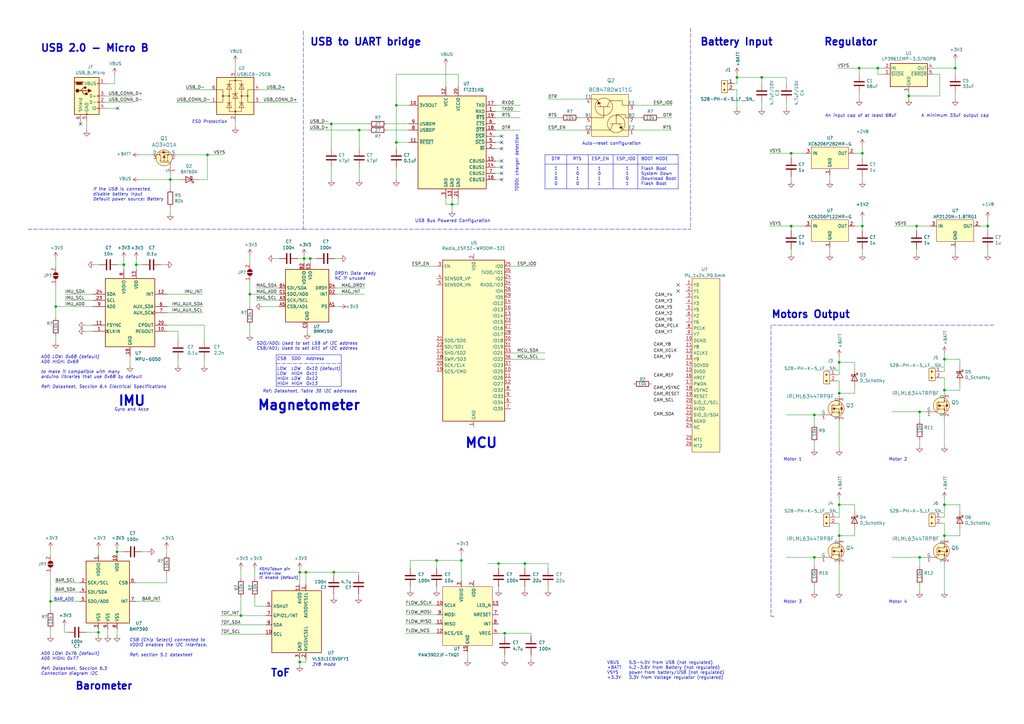
<source format=kicad_sch>
(kicad_sch (version 20211123) (generator eeschema)
  (paper "A3")
  (title_block (title "Educopter") (rev "1") (comment 1 "Design: Harley Lara"))
  (lib_symbols
    (symbol "BMP390:BMP390"
      (property "Reference" "U" (at 0 0 0))
      (property "Value" "BMP390" (at 0 0 0))
      (symbol "BMP390_1_1"
        (pin power_in line (at -3.81 15.24 270) (length 2.54) (name "VDDIO") (number "1"))
        (pin power_out line (at 3.81 15.24 270) (length 2.54) (name "VDD") (number "10"))
        (pin output line (at -11.43 3.81 0) (length 2.54) (name "SCK/SCL") (number "2"))
        (pin power_in line (at -3.81 -15.24 90) (length 2.54) (name "VSS") (number "3"))
        (pin output line (at -11.43 0 0) (length 2.54) (name "SDI/SDA") (number "4"))
        (pin input line (at -11.43 -3.81 0) (length 2.54) (name "SDO/AD0") (number "5"))
        (pin output line (at 11.43 3.81 180) (length 2.54) (name "CSB") (number "6"))
        (pin output line (at 11.43 -3.81 180) (length 2.54) (name "INT") (number "7"))
        (pin power_out line (at 3.81 -15.24 90) (length 2.54) (name "VSS") (number "8"))
        (pin power_out line (at 0 -15.24 90) (length 2.54) (name "VSS") (number "9"))
      )
    )
    (symbol "Device:C" (pin_numbers hide) (pin_names (offset 0.254))
      (property "Reference" "C" (at 0.635 2.54 0))
      (property "Value" "C" (at 0.635 -2.54 0))
      (symbol "C_1_1"
        (pin passive line (at 0 3.81 270) (length 2.794) (name "~") (number "1"))
        (pin passive line (at 0 -3.81 90) (length 2.794) (name "~") (number "2"))
      )
    )
    (symbol "Device:D_Schottky" (pin_numbers hide) (pin_names (offset 1.016) hide)
      (property "Reference" "D" (at 0 2.54 0))
      (property "Value" "D_Schottky" (at 0 -2.54 0))
      (symbol "D_Schottky_1_1"
        (pin passive line (at -3.81 0 0) (length 2.54) (name "K") (number "1"))
        (pin passive line (at 3.81 0 180) (length 2.54) (name "A") (number "2"))
      )
    )
    (symbol "Device:R" (pin_numbers hide) (pin_names (offset 0))
      (property "Reference" "R" (at 2.032 0 90))
      (property "Value" "R" (at 0 0 90))
      (symbol "R_1_1"
        (pin passive line (at 0 3.81 270) (length 1.27) (name "~") (number "1"))
        (pin passive line (at 0 -3.81 90) (length 1.27) (name "~") (number "2"))
      )
    )
    (symbol "Diode:BAT60A" (pin_numbers hide) (pin_names (offset 1.016) hide)
      (property "Reference" "D" (at 0 2.54 0))
      (property "Value" "BAT60A" (at 0 -2.54 0))
      (symbol "BAT60A_1_1"
        (pin passive line (at -3.81 0 0) (length 2.54) (name "K") (number "1"))
        (pin passive line (at 3.81 0 180) (length 2.54) (name "A") (number "2"))
      )
    )
    (symbol "FFC_connector:ffc_1x24_P0.5mm"
      (property "Reference" "U" (at 0 34.29 0))
      (property "Value" "ffc_1x24_P0.5mm" (at 0 33.02 0))
      (symbol "ffc_1x24_P0.5mm_1_1"
        (pin output line (at -7.62 29.21 0) (length 2.54) (name "Y0") (number "1"))
        (pin power_out line (at -7.62 6.35 0) (length 2.54) (name "DGND") (number "10"))
        (pin output line (at -7.62 3.81 0) (length 2.54) (name "Y8") (number "11"))
        (pin output line (at -7.62 1.27 0) (length 2.54) (name "XCLK1") (number "12"))
        (pin output line (at -7.62 -1.27 0) (length 2.54) (name "Y9") (number "13"))
        (pin power_in line (at -7.62 -3.81 0) (length 2.54) (name "DOVDD") (number "14"))
        (pin power_in line (at -7.62 -6.35 0) (length 2.54) (name "DVDD") (number "15"))
        (pin output line (at -7.62 -8.89 0) (length 2.54) (name "HREF") (number "16"))
        (pin power_in line (at -7.62 -11.43 0) (length 2.54) (name "PWDN") (number "17"))
        (pin output line (at -7.62 -13.97 0) (length 2.54) (name "VSYNC") (number "18"))
        (pin output line (at -7.62 -16.51 0) (length 2.54) (name "RESET") (number "19"))
        (pin output line (at -7.62 26.67 0) (length 2.54) (name "Y1") (number "2"))
        (pin output line (at -7.62 -19.05 0) (length 2.54) (name "SIO_C/SCL") (number "20"))
        (pin power_in line (at -7.62 -21.59 0) (length 2.54) (name "AVDD") (number "21"))
        (pin output line (at -7.62 -24.13 0) (length 2.54) (name "SIO_D/SDA") (number "22"))
        (pin power_in line (at -7.62 -26.67 0) (length 2.54) (name "AGND") (number "23"))
        (pin input line (at -7.62 -29.21 0) (length 2.54) (name "NC") (number "24"))
        (pin power_out line (at -7.62 -34.29 0) (length 2.54) (name "MT1") (number "25"))
        (pin power_out line (at -7.62 -36.83 0) (length 2.54) (name "MT2") (number "26"))
        (pin output line (at -7.62 24.13 0) (length 2.54) (name "Y4") (number "3"))
        (pin output line (at -7.62 21.59 0) (length 2.54) (name "Y3") (number "4"))
        (pin output line (at -7.62 19.05 0) (length 2.54) (name "Y5") (number "5"))
        (pin output line (at -7.62 16.51 0) (length 2.54) (name "Y2") (number "6"))
        (pin output line (at -7.62 13.97 0) (length 2.54) (name "Y6") (number "7"))
        (pin power_out line (at -7.62 11.43 0) (length 2.54) (name "PCLK") (number "8"))
        (pin output line (at -7.62 8.89 0) (length 2.54) (name "Y7") (number "9"))
      )
    )
    (symbol "IMUs:BMM150"
      (property "Reference" "U" (at -8.89 6.35 0))
      (property "Value" "BMM150" (at 8.89 6.35 0))
      (symbol "BMM150_1_1"
        (pin input line (at 11.43 -10.16 180) (length 2.54) (name "PS") (number "A1"))
        (pin bidirectional line (at -11.43 -7.62 0) (length 2.54) (name "SCK/SCL") (number "A3"))
        (pin input line (at -11.43 -10.16 0) (length 2.54) (name "CSB/AD1") (number "A5"))
        (pin power_in line (at -1.27 7.62 270) (length 2.54) (name "VDDIO") (number "B2"))
        (pin bidirectional line (at -11.43 -2.54 0) (length 2.54) (name "SDI/SDA") (number "B4"))
        (pin bidirectional line (at -11.43 -5.08 0) (length 2.54) (name "SDO/AD0") (number "C1"))
        (pin power_in line (at 0 -19.05 90) (length 2.54) (name "GND") (number "C5"))
        (pin output line (at 11.43 -5.08 180) (length 2.54) (name "INT") (number "D2"))
        (pin output line (at 11.43 -2.54 180) (length 2.54) (name "DRDY") (number "D4"))
        (pin passive line (at 0 -19.05 90) (length 2.54) hide (name "GND") (number "E1"))
        (pin passive line (at 0 -19.05 90) (length 2.54) hide (name "GND") (number "E3"))
        (pin power_in line (at 1.27 7.62 270) (length 2.54) (name "VDD") (number "E5"))
      )
    )
    (symbol "IMUs:MPU-6050"
      (property "Reference" "U" (at -11.43 13.97 0))
      (property "Value" "MPU-6050" (at 7.62 -15.24 0))
      (symbol "MPU-6050_0_0"
        (text "" (at 12.7 -2.54 0) (effects (font (size 1.27 1.27))))
      )
      (symbol "MPU-6050_1_1"
        (pin input clock (at -15.24 -7.62 0) (length 5.08) (name "CLKIN") (number "1"))
        (pin passive line (at 15.24 -7.62 180) (length 5.08) (name "REGOUT") (number "10"))
        (pin input line (at -15.24 -5.08 0) (length 5.08) (name "FSYNC") (number "11"))
        (pin output line (at 15.24 7.62 180) (length 5.08) (name "INT") (number "12"))
        (pin power_in line (at 2.54 17.78 270) (length 3.81) (name "VDD") (number "13"))
        (pin no_connect line (at -10.16 -10.16 0) (length 2.54) hide (name "NC") (number "14"))
        (pin no_connect line (at 10.16 12.7 180) (length 2.54) hide (name "NC") (number "15"))
        (pin no_connect line (at 10.16 10.16 180) (length 2.54) hide (name "NC") (number "16"))
        (pin no_connect line (at 10.16 5.08 180) (length 2.54) hide (name "NC") (number "17"))
        (pin power_in line (at 0 -17.78 90) (length 3.81) (name "GND") (number "18"))
        (pin no_connect line (at 10.16 -10.16 180) (length 2.54) hide (name "NC") (number "19"))
        (pin no_connect line (at -10.16 12.7 0) (length 2.54) hide (name "NC") (number "2"))
        (pin passive line (at 15.24 -5.08 180) (length 5.08) (name "CPOUT") (number "20"))
        (pin no_connect line (at 10.16 -2.54 180) (length 2.54) hide (name "NC") (number "21"))
        (pin no_connect line (at 10.16 -12.7 180) (length 2.54) hide (name "NC") (number "22"))
        (pin input line (at -15.24 5.08 0) (length 5.08) (name "SCL") (number "23"))
        (pin bidirectional line (at -15.24 7.62 0) (length 5.08) (name "SDA") (number "24"))
        (pin no_connect line (at -10.16 10.16 0) (length 2.54) hide (name "NC") (number "3"))
        (pin no_connect line (at -10.16 0 0) (length 2.54) hide (name "NC") (number "4"))
        (pin no_connect line (at -10.16 -2.54 0) (length 2.54) hide (name "NC") (number "5"))
        (pin bidirectional line (at 15.24 2.54 180) (length 5.08) (name "AUX_SDA") (number "6"))
        (pin output clock (at 15.24 0 180) (length 5.08) (name "AUX_SCL") (number "7"))
        (pin power_in line (at -2.54 17.78 270) (length 3.81) (name "VDDIO") (number "8"))
        (pin input line (at -15.24 2.54 0) (length 5.08) (name "AD0") (number "9"))
      )
    )
    (symbol "Interface_USB:FT231XQ"
      (property "Reference" "U" (at -13.97 20.32 0))
      (property "Value" "FT231XQ" (at 6.35 20.32 0))
      (symbol "FT231XQ_1_1"
        (pin input line (at 17.78 12.7 180) (length 3.81) (name "RXD") (number "1"))
        (pin power_out line (at -17.78 15.24 0) (length 3.81) (name "3V3OUT") (number "10"))
        (pin input line (at -17.78 0 0) (length 3.81) (name "~{RESET}") (number "11"))
        (pin power_in line (at -2.54 22.86 270) (length 3.81) (name "VCC") (number "12"))
        (pin power_in line (at 0 -22.86 90) (length 3.81) (name "GND") (number "13"))
        (pin bidirectional line (at 17.78 -10.16 180) (length 3.81) (name "CBUS1") (number "14"))
        (pin bidirectional line (at 17.78 -7.62 180) (length 3.81) (name "CBUS0") (number "15"))
        (pin bidirectional line (at 17.78 -15.24 180) (length 3.81) (name "CBUS3") (number "16"))
        (pin output line (at 17.78 15.24 180) (length 3.81) (name "TXD") (number "17"))
        (pin output line (at 17.78 5.08 180) (length 3.81) (name "~{DTR}") (number "18"))
        (pin output line (at 17.78 10.16 180) (length 3.81) (name "~{RTS}") (number "19"))
        (pin input line (at 17.78 -2.54 180) (length 3.81) (name "~{RI}") (number "2"))
        (pin power_in line (at 2.54 22.86 270) (length 3.81) (name "VCCIO") (number "20"))
        (pin power_in line (at 2.54 -22.86 90) (length 3.81) (name "GND") (number "21"))
        (pin power_in line (at -2.54 -22.86 90) (length 3.81) (name "GND") (number "3"))
        (pin input line (at 17.78 2.54 180) (length 3.81) (name "~{DSR}") (number "4"))
        (pin input line (at 17.78 0 180) (length 3.81) (name "~{DCD}") (number "5"))
        (pin input line (at 17.78 7.62 180) (length 3.81) (name "~{CTS}") (number "6"))
        (pin bidirectional line (at 17.78 -12.7 180) (length 3.81) (name "CBUS2") (number "7"))
        (pin bidirectional line (at -17.78 5.08 0) (length 3.81) (name "USBDP") (number "8"))
        (pin bidirectional line (at -17.78 7.62 0) (length 3.81) (name "USBDM") (number "9"))
      )
    )
    (symbol "Jumper:SolderJumper_2_Open" (pin_names (offset 0) hide)
      (property "Reference" "JP" (at 0 2.032 0))
      (property "Value" "SolderJumper_2_Open" (at 0 -2.54 0))
      (symbol "SolderJumper_2_Open_1_1"
        (pin passive line (at -3.81 0 0) (length 2.54) (name "A") (number "1"))
        (pin passive line (at 3.81 0 180) (length 2.54) (name "B") (number "2"))
      )
    )
    (symbol "Power_Protection:USBLC6-2SC6" (pin_names hide)
      (property "Reference" "U" (at 2.54 8.89 0))
      (property "Value" "USBLC6-2SC6" (at 2.54 -8.89 0))
      (symbol "USBLC6-2SC6_1_1"
        (pin passive line (at -10.16 -2.54 0) (length 2.54) (name "I/O1") (number "1"))
        (pin passive line (at 0 -10.16 90) (length 2.54) (name "GND") (number "2"))
        (pin passive line (at 10.16 -2.54 180) (length 2.54) (name "I/O2") (number "3"))
        (pin passive line (at 10.16 2.54 180) (length 2.54) (name "I/O2") (number "4"))
        (pin passive line (at 0 10.16 270) (length 2.54) (name "VBUS") (number "5"))
        (pin passive line (at -10.16 2.54 0) (length 2.54) (name "I/O1") (number "6"))
      )
    )
    (symbol "Regulator_Linear:LP3963-3.3" (pin_names (offset 0.254))
      (property "Reference" "U" (at -6.35 5.715 0))
      (property "Value" "LP3963-3.3" (at 0 5.715 0))
      (symbol "LP3963-3.3_1_1"
        (pin input line (at -10.16 0 0) (length 2.54) (name "~{SHDN}") (number "1"))
        (pin power_in line (at -10.16 2.54 0) (length 2.54) (name "IN") (number "2"))
        (pin power_in line (at 0 -7.62 90) (length 2.54) (name "GND") (number "3"))
        (pin power_out line (at 10.16 2.54 180) (length 2.54) (name "OUT") (number "4"))
        (pin output line (at 10.16 0 180) (length 2.54) (name "~{ERROR}") (number "5"))
      )
    )
    (symbol "VL53L1:VL53L1CBV0FY1"
      (property "Reference" "U" (at -5.08 13.97 0))
      (property "Value" "VL53L1CBV0FY1" (at 13.335 13.97 0))
      (symbol "VL53L1CBV0FY1_1_1"
        (pin power_in line (at 3.81 15.24 270) (length 2.54) (name "AVDDVCSEL") (number "1"))
        (pin input line (at -12.7 -5.08 0) (length 2.54) (name "SCL") (number "10"))
        (pin power_in line (at 1.27 15.24 270) (length 2.54) (name "AVDD") (number "11"))
        (pin passive line (at 1.27 -15.24 90) (length 2.54) hide (name "GND") (number "12"))
        (pin power_in line (at 3.81 -15.24 90) (length 2.54) (name "AVSSVCSEL") (number "2"))
        (pin power_in line (at 1.27 -15.24 90) (length 2.54) (name "GND") (number "3"))
        (pin passive line (at 1.27 -15.24 90) (length 2.54) hide (name "GND") (number "4"))
        (pin input line (at -12.7 6.35 0) (length 2.54) (name "XSHUT") (number "5"))
        (pin passive line (at 1.27 -15.24 90) (length 2.54) hide (name "GND") (number "6"))
        (pin open_collector line (at -12.7 2.54 0) (length 2.54) (name "GPIO1/INT") (number "7"))
        (pin no_connect line (at -10.16 -7.62 0) (length 2.54) hide (name "DNC") (number "8"))
        (pin bidirectional line (at -12.7 -1.27 0) (length 2.54) (name "SDA") (number "9"))
      )
    )
    (symbol "educopter-kicad-rescue:AO3401A-dk_Transistors-FETs-MOSFETs-Single" (pin_names (offset 0))
      (property "Reference" "Q" (at -2.6924 3.6322 0))
      (property "Value" "AO3401A-dk_Transistors-FETs-MOSFETs-Single" (at 3.4544 0 90))
      (symbol "AO3401A-dk_Transistors-FETs-MOSFETs-Single_1_1"
        (pin bidirectional line (at -7.62 -2.54 0) (length 2.54) (name "G") (number "1"))
        (pin bidirectional line (at 0 -5.08 90) (length 2.54) (name "S") (number "2"))
        (pin bidirectional line (at 0 5.08 270) (length 2.54) (name "D") (number "3"))
      )
    )
    (symbol "educopter-kicad-rescue:IRLML6344TRPBF-dk_Transistors-FETs-MOSFETs-Single" (pin_names (offset 0))
      (property "Reference" "Q" (at -2.6924 3.6322 0))
      (property "Value" "IRLML6344TRPBF-dk_Transistors-FETs-MOSFETs-Single" (at 3.4544 0 90))
      (symbol "IRLML6344TRPBF-dk_Transistors-FETs-MOSFETs-Single_1_1"
        (pin bidirectional line (at -7.62 -2.54 0) (length 2.54) (name "G") (number "1"))
        (pin bidirectional line (at 0 -5.08 90) (length 2.54) (name "S") (number "2"))
        (pin bidirectional line (at 0 5.08 270) (length 2.54) (name "D") (number "3"))
      )
    )
    (symbol "educopter-kicad-rescue:MBT3904DW1T1G-dk_Transistors-Bipolar-BJT-Arrays" (pin_names (offset 0))
      (property "Reference" "Q" (at -9.652 8.636 0))
      (property "Value" "MBT3904DW1T1G-dk_Transistors-Bipolar-BJT-Arrays" (at 8.89 0 90))
      (symbol "MBT3904DW1T1G-dk_Transistors-Bipolar-BJT-Arrays_1_1"
        (pin passive line (at 5.08 10.16 270) (length 2.54) (name "E2") (number "1"))
        (pin input line (at 0 10.16 270) (length 2.54) (name "B2") (number "2"))
        (pin passive line (at -5.08 10.16 270) (length 2.54) (name "C1") (number "3"))
        (pin passive line (at -7.62 -10.16 90) (length 2.54) (name "E1") (number "4"))
        (pin input line (at 0 -10.16 90) (length 2.54) (name "B1") (number "5"))
        (pin passive line (at 5.08 -10.16 90) (length 2.54) (name "C2") (number "6"))
      )
    )
    (symbol "educopter-kicad-rescue:Radio_ESP32-WROOM-32E-fab"
      (property "Reference" "U" (at -12.7 34.29 0))
      (property "Value" "Radio_ESP32-WROOM-32E-fab" (at 1.27 34.29 0))
      (symbol "Radio_ESP32-WROOM-32E-fab_1_1"
        (pin power_in line (at 0 -35.56 90) (length 2.54) (name "GND") (number "1"))
        (pin bidirectional line (at 15.24 -12.7 180) (length 2.54) (name "IO25") (number "10"))
        (pin bidirectional line (at 15.24 -15.24 180) (length 2.54) (name "IO26") (number "11"))
        (pin bidirectional line (at 15.24 -17.78 180) (length 2.54) (name "IO27") (number "12"))
        (pin bidirectional line (at 15.24 10.16 180) (length 2.54) (name "IO14") (number "13"))
        (pin bidirectional line (at 15.24 15.24 180) (length 2.54) (name "IO12") (number "14"))
        (pin passive line (at 0 -35.56 90) (length 2.54) hide (name "GND") (number "15"))
        (pin bidirectional line (at 15.24 12.7 180) (length 2.54) (name "IO13") (number "16"))
        (pin bidirectional line (at -15.24 -5.08 0) (length 2.54) (name "SHD/SD2") (number "17"))
        (pin bidirectional line (at -15.24 -7.62 0) (length 2.54) (name "SWP/SD3") (number "18"))
        (pin bidirectional line (at -15.24 -12.7 0) (length 2.54) (name "SCS/CMD") (number "19"))
        (pin power_in line (at 0 35.56 270) (length 2.54) (name "VDD") (number "2"))
        (pin bidirectional line (at -15.24 -10.16 0) (length 2.54) (name "SCK/CLK") (number "20"))
        (pin bidirectional line (at -15.24 0 0) (length 2.54) (name "SDO/SD0") (number "21"))
        (pin bidirectional line (at -15.24 -2.54 0) (length 2.54) (name "SDI/SD1") (number "22"))
        (pin bidirectional line (at 15.24 7.62 180) (length 2.54) (name "IO15") (number "23"))
        (pin bidirectional line (at 15.24 25.4 180) (length 2.54) (name "IO2") (number "24"))
        (pin bidirectional line (at 15.24 30.48 180) (length 2.54) (name "IO0") (number "25"))
        (pin bidirectional line (at 15.24 20.32 180) (length 2.54) (name "IO4") (number "26"))
        (pin bidirectional line (at 15.24 5.08 180) (length 2.54) (name "IO16") (number "27"))
        (pin bidirectional line (at 15.24 2.54 180) (length 2.54) (name "IO17") (number "28"))
        (pin bidirectional line (at 15.24 17.78 180) (length 2.54) (name "IO5") (number "29"))
        (pin input line (at -15.24 30.48 0) (length 2.54) (name "EN") (number "3"))
        (pin bidirectional line (at 15.24 0 180) (length 2.54) (name "IO18") (number "30"))
        (pin bidirectional line (at 15.24 -2.54 180) (length 2.54) (name "IO19") (number "31"))
        (pin no_connect line (at -12.7 -27.94 0) (length 2.54) hide (name "NC") (number "32"))
        (pin bidirectional line (at 15.24 -5.08 180) (length 2.54) (name "IO21") (number "33"))
        (pin bidirectional line (at 15.24 22.86 180) (length 2.54) (name "RXD0/IO3") (number "34"))
        (pin bidirectional line (at 15.24 27.94 180) (length 2.54) (name "TXD0/IO1") (number "35"))
        (pin bidirectional line (at 15.24 -7.62 180) (length 2.54) (name "IO22") (number "36"))
        (pin bidirectional line (at 15.24 -10.16 180) (length 2.54) (name "IO23") (number "37"))
        (pin passive line (at 0 -35.56 90) (length 2.54) hide (name "GND") (number "38"))
        (pin passive line (at 0 -35.56 90) (length 2.54) hide (name "GND") (number "39"))
        (pin input line (at -15.24 25.4 0) (length 2.54) (name "SENSOR_VP") (number "4"))
        (pin input line (at -15.24 22.86 0) (length 2.54) (name "SENSOR_VN") (number "5"))
        (pin input line (at 15.24 -25.4 180) (length 2.54) (name "IO34") (number "6"))
        (pin input line (at 15.24 -27.94 180) (length 2.54) (name "IO35") (number "7"))
        (pin bidirectional line (at 15.24 -20.32 180) (length 2.54) (name "IO32") (number "8"))
        (pin bidirectional line (at 15.24 -22.86 180) (length 2.54) (name "IO33") (number "9"))
      )
    )
    (symbol "educopter-kicad-rescue:S2B-PH-K-S_LF__SN_-dk_Rectangular-Connectors-Headers-Male-Pins" (pin_names (offset 1.016))
      (property "Reference" "J" (at -2.54 -1.27 0))
      (property "Value" "S2B-PH-K-S_LF__SN_-dk_Rectangular-Connectors-Headers-Male-Pins" (at 1.27 -3.81 0))
      (symbol "S2B-PH-K-S_LF__SN_-dk_Rectangular-Connectors-Headers-Male-Pins_1_1"
        (pin passive line (at 0 2.54 270) (length 2.54) (name "~") (number "1"))
        (pin passive line (at 2.54 2.54 270) (length 2.54) (name "~") (number "2"))
      )
    )
    (symbol "educopter-kicad-rescue:USB_B_Micro-Connector" (pin_names (offset 1.016))
      (property "Reference" "J" (at -5.08 11.43 0))
      (property "Value" "USB_B_Micro-Connector" (at -5.08 8.89 0))
      (symbol "USB_B_Micro-Connector_1_1"
        (pin power_out line (at 7.62 5.08 180) (length 2.54) (name "VBUS") (number "1"))
        (pin passive line (at 7.62 -2.54 180) (length 2.54) (name "D-") (number "2"))
        (pin passive line (at 7.62 0 180) (length 2.54) (name "D+") (number "3"))
        (pin passive line (at 7.62 -5.08 180) (length 2.54) (name "ID") (number "4"))
        (pin power_out line (at 0 -10.16 90) (length 2.54) (name "GND") (number "5"))
        (pin passive line (at -2.54 -10.16 90) (length 2.54) (name "Shield") (number "6"))
      )
    )
    (symbol "linear_regulators:AP2120N-1.8TRG1"
      (property "Reference" "U" (at 0 0 0))
      (property "Value" "AP2120N-1.8TRG1" (at 0 5.08 0))
      (symbol "AP2120N-1.8TRG1_1_1"
        (pin power_in line (at 0 -7.62 90) (length 2.54) (name "GND") (number "1"))
        (pin power_out line (at 10.16 1.27 180) (length 2.54) (name "OUT") (number "2"))
        (pin power_in line (at -10.16 1.27 0) (length 2.54) (name "IN") (number "3"))
      )
    )
    (symbol "linear_regulators:XC6206P122MR-G"
      (property "Reference" "U" (at 0 -1.27 0))
      (property "Value" "XC6206P122MR-G" (at 0 5.08 0))
      (symbol "XC6206P122MR-G_1_1"
        (pin power_in line (at 0 -7.62 90) (length 2.54) (name "GND") (number "1"))
        (pin power_out line (at 10.16 1.27 180) (length 2.54) (name "OUT") (number "2"))
        (pin power_in line (at -10.16 1.27 0) (length 2.54) (name "IN") (number "3"))
      )
    )
    (symbol "linear_regulators:XC6206P282MR-G"
      (property "Reference" "U" (at 0 0 0))
      (property "Value" "XC6206P282MR-G" (at 0 5.08 0))
      (symbol "XC6206P282MR-G_1_1"
        (pin power_in line (at 0 -7.62 90) (length 2.54) (name "GND") (number "1"))
        (pin power_out line (at 10.16 1.27 180) (length 2.54) (name "OUT") (number "2"))
        (pin power_in line (at -10.16 1.27 0) (length 2.54) (name "IN") (number "3"))
      )
    )
    (symbol "optical_flow:PAW3902JF-TXQT"
      (property "Reference" "U" (at 0 0 0))
      (property "Value" "PAW3902JF-TXQT" (at 0 0 0))
      (symbol "PAW3902JF-TXQT_1_1"
        (pin passive line (at -2.54 -13.97 90) (length 2.54) hide (name "GND") (number "1"))
        (pin bidirectional line (at -12.7 5.08 0) (length 2.54) (name "SCLK") (number "10"))
        (pin bidirectional line (at -12.7 -2.54 0) (length 2.54) (name "MISO") (number "11"))
        (pin bidirectional line (at -12.7 -6.35 0) (length 2.54) (name "NCS/SS") (number "12"))
        (pin output line (at 12.7 5.08 180) (length 2.54) (name "LED_N") (number "13"))
        (pin passive line (at -5.08 -13.97 90) (length 2.54) hide (name "GND") (number "14"))
        (pin power_in line (at 0 -13.97 90) (length 2.54) (name "GND") (number "15"))
        (pin power_in line (at 2.54 15.24 270) (length 2.54) (name "VDD") (number "2"))
        (pin power_in line (at -2.54 15.24 270) (length 2.54) (name "VDDIO") (number "3"))
        (pin power_in line (at 12.7 -6.35 180) (length 2.54) (name "VREG") (number "4"))
        (pin no_connect line (at 5.08 -11.43 90) (length 2.54) hide (name "NC") (number "5"))
        (pin no_connect line (at 2.54 -11.43 90) (length 2.54) hide (name "NC") (number "6"))
        (pin input line (at 12.7 1.27 180) (length 2.54) (name "NRESET") (number "7"))
        (pin output line (at 12.7 -2.54 180) (length 2.54) (name "INT") (number "8"))
        (pin bidirectional line (at -12.7 1.27 0) (length 2.54) (name "MOSI") (number "9"))
      )
    )
    (symbol "power:+1V2" (power) (pin_names (offset 0))
      (property "Value" "+1V2" (at 0 3.556 0))
      (symbol "+1V2_1_1"
        (pin power_in line (at 0 0 90) (length 0) hide (name "+1V2") (number "1"))
      )
    )
    (symbol "power:+1V8" (power) (pin_names (offset 0))
      (property "Value" "+1V8" (at 0 3.556 0))
      (symbol "+1V8_1_1"
        (pin power_in line (at 0 0 90) (length 0) hide (name "+1V8") (number "1"))
      )
    )
    (symbol "power:+2V8" (power) (pin_names (offset 0))
      (property "Value" "+2V8" (at 0 3.556 0))
      (symbol "+2V8_1_1"
        (pin power_in line (at 0 0 90) (length 0) hide (name "+2V8") (number "1"))
      )
    )
    (symbol "power:+3V3" (power) (pin_names (offset 0))
      (property "Value" "+3V3" (at 0 3.556 0))
      (symbol "+3V3_1_1"
        (pin power_in line (at 0 0 90) (length 0) hide (name "+3V3") (number "1"))
      )
    )
    (symbol "power:+BATT" (power) (pin_names (offset 0))
      (property "Value" "+BATT" (at 0 3.556 0))
      (symbol "+BATT_1_1"
        (pin power_in line (at 0 0 90) (length 0) hide (name "+BATT") (number "1"))
      )
    )
    (symbol "power:GND" (power) (pin_names (offset 0))
      (property "Value" "GND" (at 0 -3.81 0))
      (symbol "GND_1_1"
        (pin power_in line (at 0 0 270) (length 0) hide (name "GND") (number "1"))
      )
    )
    (symbol "power:VBUS" (power) (pin_names (offset 0))
      (property "Value" "VBUS" (at 0 3.81 0))
      (symbol "VBUS_1_1"
        (pin power_in line (at 0 0 90) (length 0) hide (name "VBUS") (number "1"))
      )
    )
  )
  (junction (at 135.89 50.8))
  (junction (at 344.17 219.71))
  (junction (at 147.32 53.34))
  (junction (at 102.489 120.65))
  (junction (at 162.56 58.42))
  (junction (at 344.17 148.59))
  (junction (at 377.19 228.6))
  (junction (at 127.254 106.045))
  (junction (at 387.35 147.32))
  (junction (at 387.35 219.71))
  (junction (at 122.936 271.526))
  (junction (at 20.701 246.634))
  (junction (at 122.936 234.696))
  (junction (at 69.85 73.66))
  (junction (at 344.17 207.01))
  (junction (at 50.8 108.585))
  (junction (at 352.425 27.94))
  (junction (at 179.07 229.87))
  (junction (at 360.045 27.94))
  (junction (at 375.92 92.71))
  (junction (at 312.42 31.75))
  (junction (at 324.485 92.71))
  (junction (at 387.35 160.02))
  (junction (at 125.476 234.696))
  (junction (at 353.695 62.865))
  (junction (at 387.35 207.01))
  (junction (at 40.386 259.334))
  (junction (at 22.86 125.73))
  (junction (at 372.745 39.37))
  (junction (at 55.88 108.585))
  (junction (at 353.695 92.71))
  (junction (at 48.006 226.314))
  (junction (at 185.42 83.82))
  (junction (at 302.26 31.75))
  (junction (at 334.01 170.18))
  (junction (at 405.13 92.71))
  (junction (at 391.795 27.94))
  (junction (at 334.01 228.6))
  (junction (at 377.19 168.91))
  (junction (at 162.56 43.18))
  (junction (at 98.806 252.476))
  (junction (at 85.09 63.5))
  (junction (at 189.23 229.87))
  (junction (at 215.265 231.14))
  (junction (at 344.17 161.29))
  (junction (at 136.906 234.696))
  (junction (at 124.714 106.045))
  (junction (at 207.01 259.715))
  (junction (at 324.485 62.865))
  (junction (at 204.47 231.14))
  (no_connect (at 278.13 116.84))
  (no_connect (at 278.13 119.38))
  (no_connect (at 205.74 60.96))
  (no_connect (at 33.02 50.8))
  (no_connect (at 205.74 55.88))
  (no_connect (at 205.74 58.42))
  (no_connect (at 205.74 68.58))
  (no_connect (at 205.74 66.04))
  (no_connect (at 205.74 73.66))
  (no_connect (at 205.74 71.12))
  (no_connect (at 48.26 44.45))
  (wire (pts (xy 34.925 135.89) (xy 38.1 135.89)))
  (wire (pts (xy 137.414 118.11) (xy 149.606 118.11)))
  (wire (pts (xy 393.7 160.02) (xy 387.35 160.02)))
  (wire (pts (xy 68.58 135.89) (xy 73.025 135.89)))
  (wire (pts (xy 342.9 156.21) (xy 344.17 156.21)))
  (wire (pts (xy 166.37 259.715) (xy 179.07 259.715)))
  (wire (pts (xy 135.89 73.66) (xy 135.89 68.58)))
  (wire (pts (xy 125.476 270.256) (xy 125.476 271.526)))
  (wire (pts (xy 382.905 30.48) (xy 385.445 30.48)))
  (polyline (pts (xy 407.67 133.35) (xy 316.23 133.35)))
  (wire (pts (xy 22.86 137.795) (xy 22.86 140.335)))
  (wire (pts (xy 375.92 92.71) (xy 381.635 92.71)))
  (wire (pts (xy 344.17 153.67) (xy 344.17 148.59)))
  (wire (pts (xy 90.551 256.286) (xy 108.966 256.286)))
  (wire (pts (xy 344.17 156.21) (xy 344.17 161.29)))
  (wire (pts (xy 147.066 235.966) (xy 147.066 234.696)))
  (wire (pts (xy 302.26 34.29) (xy 300.99 34.29)))
  (wire (pts (xy 137.414 125.73) (xy 139.319 125.73)))
  (wire (pts (xy 375.92 94.615) (xy 375.92 92.71)))
  (wire (pts (xy 312.42 34.29) (xy 312.42 31.75)))
  (wire (pts (xy 85.09 73.66) (xy 85.09 63.5)))
  (wire (pts (xy 26.416 256.794) (xy 26.416 259.334)))
  (polyline (pts (xy 113.284 158.496) (xy 139.954 158.496)) (stroke (width 0) (type solid)))
  (wire (pts (xy 352.425 40.64) (xy 352.425 38.1)))
  (wire (pts (xy 48.006 225.044) (xy 48.006 226.314)))
  (wire (pts (xy 69.85 77.47) (xy 69.85 73.66)))
  (wire (pts (xy 237.49 48.26) (xy 240.03 48.26)))
  (wire (pts (xy 393.7 157.48) (xy 393.7 160.02)))
  (wire (pts (xy 22.86 125.73) (xy 22.86 130.175)))
  (wire (pts (xy 26.416 259.334) (xy 27.686 259.334)))
  (wire (pts (xy 185.42 83.82) (xy 187.96 83.82)))
  (wire (pts (xy 179.07 229.87) (xy 189.23 229.87)))
  (wire (pts (xy 127.254 106.045) (xy 127.254 107.95)))
  (wire (pts (xy 187.96 83.82) (xy 187.96 81.28)))
  (wire (pts (xy 203.2 53.34) (xy 213.36 53.34)))
  (wire (pts (xy 324.485 64.77) (xy 324.485 62.865)))
  (wire (pts (xy 69.85 87.63) (xy 69.85 85.09)))
  (polyline (pts (xy 113.284 145.542) (xy 139.954 145.542)) (stroke (width 0) (type solid)))
  (wire (pts (xy 312.42 41.91) (xy 312.42 44.45)))
  (wire (pts (xy 387.35 214.63) (xy 387.35 219.71)))
  (wire (pts (xy 55.626 246.634) (xy 65.786 246.634)))
  (wire (pts (xy 350.52 217.17) (xy 350.52 219.71)))
  (wire (pts (xy 353.695 92.71) (xy 350.52 92.71)))
  (wire (pts (xy 122.936 234.696) (xy 122.936 239.776)))
  (wire (pts (xy 312.42 31.75) (xy 302.26 31.75)))
  (wire (pts (xy 391.795 27.94) (xy 382.905 27.94)))
  (wire (pts (xy 124.714 104.775) (xy 124.714 106.045)))
  (wire (pts (xy 350.52 161.29) (xy 344.17 161.29)))
  (wire (pts (xy 57.15 73.66) (xy 69.85 73.66)))
  (wire (pts (xy 182.88 26.67) (xy 182.88 35.56)))
  (wire (pts (xy 22.606 239.014) (xy 32.766 239.014)))
  (wire (pts (xy 387.35 154.94) (xy 387.35 160.02)))
  (wire (pts (xy 20.701 258.064) (xy 20.701 260.604)))
  (wire (pts (xy 48.006 226.314) (xy 48.006 227.584)))
  (wire (pts (xy 377.19 232.41) (xy 377.19 228.6)))
  (wire (pts (xy 72.39 41.91) (xy 86.36 41.91)))
  (wire (pts (xy 22.86 116.84) (xy 22.86 125.73)))
  (wire (pts (xy 215.265 231.14) (xy 204.47 231.14)))
  (wire (pts (xy 43.18 41.91) (xy 54.61 41.91)))
  (wire (pts (xy 125.476 234.696) (xy 122.936 234.696)))
  (wire (pts (xy 350.52 148.59) (xy 344.17 148.59)))
  (polyline (pts (xy 283.21 11.43) (xy 283.21 93.98)))
  (wire (pts (xy 405.13 94.615) (xy 405.13 92.71)))
  (wire (pts (xy 324.485 72.39) (xy 324.485 74.295)))
  (wire (pts (xy 125.984 134.62) (xy 125.984 136.525)))
  (wire (pts (xy 60.706 226.314) (xy 58.166 226.314)))
  (wire (pts (xy 22.86 125.73) (xy 38.1 125.73)))
  (wire (pts (xy 107.569 125.73) (xy 114.554 125.73)))
  (wire (pts (xy 353.695 102.235) (xy 353.695 104.14)))
  (wire (pts (xy 324.485 62.865) (xy 330.2 62.865)))
  (wire (pts (xy 344.17 161.29) (xy 344.17 162.56)))
  (wire (pts (xy 162.56 58.42) (xy 162.56 60.96)))
  (wire (pts (xy 85.09 63.5) (xy 91.44 63.5)))
  (wire (pts (xy 344.17 207.01) (xy 344.17 204.47)))
  (wire (pts (xy 340.36 101.6) (xy 340.36 104.14)))
  (wire (pts (xy 334.01 170.18) (xy 322.58 170.18)))
  (wire (pts (xy 85.09 63.5) (xy 72.39 63.5)))
  (wire (pts (xy 191.77 267.335) (xy 191.77 270.51)))
  (wire (pts (xy 127.254 106.045) (xy 129.794 106.045)))
  (wire (pts (xy 147.32 73.66) (xy 147.32 68.58)))
  (wire (pts (xy 391.795 38.1) (xy 391.795 40.64)))
  (wire (pts (xy 387.35 152.4) (xy 387.35 147.32)))
  (wire (pts (xy 162.56 58.42) (xy 167.64 58.42)))
  (wire (pts (xy 124.714 106.045) (xy 127.254 106.045)))
  (wire (pts (xy 187.96 30.48) (xy 162.56 30.48)))
  (wire (pts (xy 203.2 55.88) (xy 205.74 55.88)))
  (wire (pts (xy 135.89 60.96) (xy 135.89 50.8)))
  (wire (pts (xy 302.26 30.48) (xy 302.26 31.75)))
  (wire (pts (xy 372.745 40.64) (xy 372.745 39.37)))
  (wire (pts (xy 125.476 271.526) (xy 122.936 271.526)))
  (wire (pts (xy 68.326 225.044) (xy 68.326 227.584)))
  (wire (pts (xy 353.695 94.615) (xy 353.695 92.71)))
  (wire (pts (xy 98.806 233.426) (xy 98.806 237.236)))
  (wire (pts (xy 405.13 92.71) (xy 401.955 92.71)))
  (wire (pts (xy 344.17 219.71) (xy 344.17 220.98)))
  (wire (pts (xy 352.425 30.48) (xy 352.425 27.94)))
  (wire (pts (xy 386.08 214.63) (xy 387.35 214.63)))
  (wire (pts (xy 104.521 244.856) (xy 104.521 248.666)))
  (wire (pts (xy 344.17 148.59) (xy 344.17 146.05)))
  (wire (pts (xy 20.701 235.204) (xy 20.701 246.634)))
  (wire (pts (xy 229.87 48.26) (xy 224.79 48.26)))
  (wire (pts (xy 55.88 108.585) (xy 58.42 108.585)))
  (wire (pts (xy 219.71 109.22) (xy 209.55 109.22)))
  (wire (pts (xy 90.551 260.096) (xy 108.966 260.096)))
  (wire (pts (xy 322.58 44.45) (xy 322.58 41.91)))
  (wire (pts (xy 136.906 234.696) (xy 125.476 234.696)))
  (wire (pts (xy 185.42 86.36) (xy 185.42 83.82)))
  (wire (pts (xy 73.025 147.32) (xy 73.025 149.86)))
  (wire (pts (xy 166.37 255.905) (xy 179.07 255.905)))
  (wire (pts (xy 162.56 68.58) (xy 162.56 73.66)))
  (wire (pts (xy 377.19 168.91) (xy 379.73 168.91)))
  (wire (pts (xy 136.906 234.696) (xy 147.066 234.696)))
  (wire (pts (xy 350.52 158.75) (xy 350.52 161.29)))
  (wire (pts (xy 393.7 209.55) (xy 393.7 207.01)))
  (wire (pts (xy 81.28 73.66) (xy 85.09 73.66)))
  (wire (pts (xy 260.35 43.18) (xy 275.59 43.18)))
  (wire (pts (xy 350.52 151.13) (xy 350.52 148.59)))
  (wire (pts (xy 207.01 259.715) (xy 204.47 259.715)))
  (wire (pts (xy 20.701 246.634) (xy 32.766 246.634)))
  (wire (pts (xy 387.35 160.02) (xy 387.35 161.29)))
  (wire (pts (xy 387.35 242.57) (xy 387.35 231.14)))
  (wire (pts (xy 104.521 233.426) (xy 104.521 237.236)))
  (polyline (pts (xy 278.13 63.5) (xy 275.59 63.5)))
  (polyline (pts (xy 316.23 133.35) (xy 316.23 252.73)))
  (wire (pts (xy 393.7 219.71) (xy 387.35 219.71)))
  (wire (pts (xy 122.936 270.256) (xy 122.936 271.526)))
  (wire (pts (xy 387.35 147.32) (xy 387.35 144.78)))
  (wire (pts (xy 35.306 259.334) (xy 40.386 259.334)))
  (wire (pts (xy 387.35 182.88) (xy 387.35 171.45)))
  (wire (pts (xy 262.89 48.26) (xy 260.35 48.26)))
  (wire (pts (xy 96.52 52.07) (xy 96.52 49.53)))
  (wire (pts (xy 350.52 207.01) (xy 344.17 207.01)))
  (wire (pts (xy 386.08 154.94) (xy 387.35 154.94)))
  (wire (pts (xy 375.92 102.235) (xy 375.92 104.14)))
  (wire (pts (xy 217.805 259.715) (xy 207.01 259.715)))
  (wire (pts (xy 324.485 94.615) (xy 324.485 92.71)))
  (wire (pts (xy 270.51 48.26) (xy 275.59 48.26)))
  (polyline (pts (xy 113.284 145.542) (xy 113.284 158.496)) (stroke (width 0) (type solid)))
  (wire (pts (xy 324.485 102.235) (xy 324.485 104.14)))
  (wire (pts (xy 350.52 209.55) (xy 350.52 207.01)))
  (polyline (pts (xy 232.41 63.5) (xy 232.41 77.47)) (stroke (width 0) (type solid)))
  (wire (pts (xy 55.88 106.045) (xy 55.88 108.585)))
  (wire (pts (xy 360.045 27.94) (xy 362.585 27.94)))
  (wire (pts (xy 260.35 53.34) (xy 275.59 53.34)))
  (wire (pts (xy 50.8 106.045) (xy 50.8 108.585)))
  (wire (pts (xy 386.08 152.4) (xy 387.35 152.4)))
  (wire (pts (xy 375.92 92.71) (xy 367.03 92.71)))
  (wire (pts (xy 106.68 36.83) (xy 116.84 36.83)))
  (wire (pts (xy 322.58 31.75) (xy 312.42 31.75)))
  (wire (pts (xy 182.88 83.82) (xy 185.42 83.82)))
  (wire (pts (xy 69.85 73.66) (xy 69.85 71.12)))
  (wire (pts (xy 22.86 106.045) (xy 22.86 109.22)))
  (wire (pts (xy 68.326 235.204) (xy 68.326 239.014)))
  (wire (pts (xy 102.489 120.65) (xy 114.554 120.65)))
  (wire (pts (xy 105.029 123.19) (xy 114.554 123.19)))
  (wire (pts (xy 46.99 30.48) (xy 46.99 34.29)))
  (wire (pts (xy 86.36 36.83) (xy 76.2 36.83)))
  (wire (pts (xy 353.695 64.77) (xy 353.695 62.865)))
  (wire (pts (xy 204.47 240.665) (xy 204.47 241.935)))
  (wire (pts (xy 387.35 219.71) (xy 387.35 220.98)))
  (wire (pts (xy 385.445 30.48) (xy 385.445 39.37)))
  (wire (pts (xy 53.34 146.05) (xy 53.34 149.86)))
  (wire (pts (xy 377.19 242.57) (xy 377.19 240.03)))
  (wire (pts (xy 372.745 39.37) (xy 372.745 38.1)))
  (wire (pts (xy 360.045 30.48) (xy 360.045 27.94)))
  (wire (pts (xy 207.01 260.985) (xy 207.01 259.715)))
  (wire (pts (xy 342.9 212.09) (xy 344.17 212.09)))
  (wire (pts (xy 68.58 120.65) (xy 83.185 120.65)))
  (wire (pts (xy 167.64 53.34) (xy 158.75 53.34)))
  (wire (pts (xy 68.58 125.73) (xy 83.185 125.73)))
  (wire (pts (xy 147.066 243.586) (xy 147.066 244.856)))
  (wire (pts (xy 73.66 73.66) (xy 69.85 73.66)))
  (wire (pts (xy 217.805 260.985) (xy 217.805 259.715)))
  (polyline (pts (xy 124.46 12.7) (xy 124.46 93.98)))
  (wire (pts (xy 136.906 243.586) (xy 136.906 244.856)))
  (wire (pts (xy 48.26 108.585) (xy 50.8 108.585)))
  (wire (pts (xy 48.006 226.314) (xy 50.546 226.314)))
  (wire (pts (xy 377.19 182.88) (xy 377.19 180.34)))
  (polyline (pts (xy 251.46 63.5) (xy 251.46 77.47)) (stroke (width 0) (type solid)))
  (wire (pts (xy 83.82 133.35) (xy 83.82 139.7)))
  (wire (pts (xy 302.26 36.83) (xy 300.99 36.83)))
  (wire (pts (xy 73.025 135.89) (xy 73.025 139.7)))
  (polyline (pts (xy 223.52 77.47) (xy 278.13 77.47)) (stroke (width 0) (type solid)))
  (wire (pts (xy 353.695 62.865) (xy 350.52 62.865)))
  (wire (pts (xy 324.485 92.71) (xy 330.2 92.71)))
  (polyline (pts (xy 278.13 67.31) (xy 223.52 67.31)) (stroke (width 0) (type solid)))
  (wire (pts (xy 127 50.8) (xy 135.89 50.8)))
  (wire (pts (xy 55.88 108.585) (xy 55.88 110.49)))
  (wire (pts (xy 33.02 49.53) (xy 33.02 50.8)))
  (wire (pts (xy 377.19 168.91) (xy 365.76 168.91)))
  (wire (pts (xy 68.58 133.35) (xy 83.82 133.35)))
  (wire (pts (xy 102.489 104.775) (xy 102.489 107.95)))
  (polyline (pts (xy 11.43 93.98) (xy 124.46 93.98)))
  (wire (pts (xy 385.445 39.37) (xy 372.745 39.37)))
  (wire (pts (xy 215.265 233.045) (xy 215.265 231.14)))
  (wire (pts (xy 340.36 71.755) (xy 340.36 74.295)))
  (wire (pts (xy 167.64 43.18) (xy 162.56 43.18)))
  (wire (pts (xy 55.626 239.014) (xy 68.326 239.014)))
  (wire (pts (xy 179.07 229.87) (xy 179.07 233.045)))
  (wire (pts (xy 353.695 89.535) (xy 353.695 92.71)))
  (wire (pts (xy 203.2 60.96) (xy 205.74 60.96)))
  (wire (pts (xy 387.35 212.09) (xy 387.35 207.01)))
  (wire (pts (xy 66.04 108.585) (xy 67.945 108.585)))
  (wire (pts (xy 344.17 212.09) (xy 344.17 207.01)))
  (wire (pts (xy 302.26 44.45) (xy 302.26 36.83)))
  (wire (pts (xy 207.01 268.605) (xy 207.01 270.51)))
  (wire (pts (xy 189.23 229.87) (xy 189.23 238.125)))
  (polyline (pts (xy 223.52 63.5) (xy 223.52 77.47)) (stroke (width 0) (type solid)))
  (wire (pts (xy 83.82 147.32) (xy 83.82 149.86)))
  (wire (pts (xy 43.18 39.37) (xy 54.61 39.37)))
  (wire (pts (xy 43.18 44.45) (xy 48.26 44.45)))
  (wire (pts (xy 386.08 212.09) (xy 387.35 212.09)))
  (wire (pts (xy 224.79 40.64) (xy 240.03 40.64)))
  (wire (pts (xy 203.2 66.04) (xy 205.74 66.04)))
  (wire (pts (xy 353.695 72.39) (xy 353.695 74.295)))
  (wire (pts (xy 344.17 242.57) (xy 344.17 231.14)))
  (wire (pts (xy 22.606 242.824) (xy 32.766 242.824)))
  (wire (pts (xy 405.13 89.535) (xy 405.13 92.71)))
  (wire (pts (xy 102.489 120.65) (xy 102.489 125.73)))
  (wire (pts (xy 209.55 144.78) (xy 223.52 144.78)))
  (wire (pts (xy 166.37 248.285) (xy 179.07 248.285)))
  (wire (pts (xy 34.925 133.35) (xy 38.1 133.35)))
  (wire (pts (xy 377.19 172.72) (xy 377.19 168.91)))
  (wire (pts (xy 48.006 258.064) (xy 48.006 260.604)))
  (wire (pts (xy 203.2 45.72) (xy 213.36 45.72)))
  (wire (pts (xy 68.58 128.27) (xy 83.185 128.27)))
  (wire (pts (xy 322.58 34.29) (xy 322.58 31.75)))
  (polyline (pts (xy 261.62 63.5) (xy 261.62 77.47)) (stroke (width 0) (type solid)))
  (wire (pts (xy 40.386 259.334) (xy 40.386 260.604)))
  (wire (pts (xy 203.2 58.42) (xy 205.74 58.42)))
  (wire (pts (xy 179.07 109.22) (xy 168.91 109.22)))
  (polyline (pts (xy 278.13 63.5) (xy 223.52 63.5)) (stroke (width 0) (type solid)))
  (wire (pts (xy 362.585 30.48) (xy 360.045 30.48)))
  (wire (pts (xy 147.32 53.34) (xy 151.13 53.34)))
  (wire (pts (xy 35.56 49.53) (xy 35.56 53.34)))
  (wire (pts (xy 187.96 35.56) (xy 187.96 30.48)))
  (wire (pts (xy 179.07 240.665) (xy 179.07 241.935)))
  (wire (pts (xy 391.795 30.48) (xy 391.795 27.94)))
  (wire (pts (xy 334.01 232.41) (xy 334.01 228.6)))
  (wire (pts (xy 26.67 123.19) (xy 38.1 123.19)))
  (wire (pts (xy 124.714 106.045) (xy 124.714 107.95)))
  (wire (pts (xy 26.67 120.65) (xy 38.1 120.65)))
  (wire (pts (xy 342.9 214.63) (xy 344.17 214.63)))
  (polyline (pts (xy 139.954 158.496) (xy 139.954 145.542)) (stroke (width 0) (type solid)))
  (wire (pts (xy 391.795 101.6) (xy 391.795 104.14)))
  (wire (pts (xy 217.805 268.605) (xy 217.805 270.51)))
  (wire (pts (xy 125.476 234.696) (xy 125.476 239.776)))
  (wire (pts (xy 122.936 233.426) (xy 122.936 234.696)))
  (wire (pts (xy 393.7 149.86) (xy 393.7 147.32)))
  (wire (pts (xy 20.701 225.044) (xy 20.701 227.584)))
  (wire (pts (xy 393.7 207.01) (xy 387.35 207.01)))
  (wire (pts (xy 203.2 68.58) (xy 205.74 68.58)))
  (wire (pts (xy 203.2 71.12) (xy 205.74 71.12)))
  (wire (pts (xy 393.7 217.17) (xy 393.7 219.71)))
  (wire (pts (xy 224.79 240.665) (xy 224.79 241.935)))
  (wire (pts (xy 203.2 73.66) (xy 205.74 73.66)))
  (wire (pts (xy 334.01 228.6) (xy 336.55 228.6)))
  (wire (pts (xy 136.906 234.696) (xy 136.906 235.966)))
  (wire (pts (xy 352.425 27.94) (xy 343.535 27.94)))
  (wire (pts (xy 127 53.34) (xy 147.32 53.34)))
  (polyline (pts (xy 124.46 93.98) (xy 283.21 93.98)))
  (wire (pts (xy 350.52 219.71) (xy 344.17 219.71)))
  (wire (pts (xy 189.23 227.33) (xy 189.23 229.87)))
  (wire (pts (xy 353.695 59.69) (xy 353.695 62.865)))
  (wire (pts (xy 102.489 115.57) (xy 102.489 120.65)))
  (wire (pts (xy 352.425 27.94) (xy 360.045 27.94)))
  (wire (pts (xy 182.88 81.28) (xy 182.88 83.82)))
  (wire (pts (xy 122.174 106.045) (xy 124.714 106.045)))
  (wire (pts (xy 158.75 50.8) (xy 167.64 50.8)))
  (wire (pts (xy 344.17 184.15) (xy 344.17 172.72)))
  (wire (pts (xy 40.386 258.064) (xy 40.386 259.334)))
  (wire (pts (xy 377.19 228.6) (xy 379.73 228.6)))
  (wire (pts (xy 185.42 81.28) (xy 185.42 83.82)))
  (wire (pts (xy 334.01 242.57) (xy 334.01 240.03)))
  (wire (pts (xy 377.19 228.6) (xy 365.76 228.6)))
  (wire (pts (xy 215.265 240.665) (xy 215.265 241.935)))
  (wire (pts (xy 224.79 53.34) (xy 240.03 53.34)))
  (polyline (pts (xy 316.23 252.73) (xy 317.5 252.73)))
  (wire (pts (xy 168.275 240.665) (xy 168.275 241.935)))
  (wire (pts (xy 20.701 246.634) (xy 20.701 250.444)))
  (wire (pts (xy 209.55 147.32) (xy 223.52 147.32)))
  (wire (pts (xy 147.32 60.96) (xy 147.32 53.34)))
  (wire (pts (xy 102.489 133.35) (xy 102.489 137.16)))
  (wire (pts (xy 204.47 233.045) (xy 204.47 231.14)))
  (wire (pts (xy 324.485 62.865) (xy 315.595 62.865)))
  (polyline (pts (xy 113.284 149.098) (xy 139.954 149.098)))
  (wire (pts (xy 302.26 31.75) (xy 302.26 34.29)))
  (wire (pts (xy 104.521 248.666) (xy 108.966 248.666)))
  (wire (pts (xy 98.806 244.856) (xy 98.806 252.476)))
  (wire (pts (xy 46.99 34.29) (xy 43.18 34.29)))
  (wire (pts (xy 224.79 233.045) (xy 224.79 231.14)))
  (wire (pts (xy 112.649 106.045) (xy 114.554 106.045)))
  (wire (pts (xy 405.13 102.235) (xy 405.13 104.14)))
  (wire (pts (xy 122.936 271.526) (xy 122.936 272.796)))
  (wire (pts (xy 204.47 231.14) (xy 200.025 231.14)))
  (wire (pts (xy 57.15 63.5) (xy 62.23 63.5)))
  (wire (pts (xy 50.8 108.585) (xy 50.8 110.49)))
  (wire (pts (xy 203.2 43.18) (xy 213.36 43.18)))
  (polyline (pts (xy 278.13 77.47) (xy 278.13 63.5)) (stroke (width 0) (type solid)))
  (wire (pts (xy 387.35 207.01) (xy 387.35 204.47)))
  (wire (pts (xy 40.386 225.044) (xy 40.386 227.584)))
  (wire (pts (xy 215.265 231.14) (xy 224.79 231.14)))
  (wire (pts (xy 38.735 108.585) (xy 40.64 108.585)))
  (wire (pts (xy 137.414 106.045) (xy 139.319 106.045)))
  (wire (pts (xy 203.2 48.26) (xy 213.36 48.26)))
  (wire (pts (xy 391.795 24.765) (xy 391.795 27.94)))
  (wire (pts (xy 135.89 50.8) (xy 151.13 50.8)))
  (wire (pts (xy 137.414 120.65) (xy 149.606 120.65)))
  (wire (pts (xy 98.806 252.476) (xy 108.966 252.476)))
  (wire (pts (xy 324.485 92.71) (xy 315.595 92.71)))
  (wire (pts (xy 168.275 233.045) (xy 168.275 229.87)))
  (wire (pts (xy 344.17 214.63) (xy 344.17 219.71)))
  (wire (pts (xy 162.56 30.48) (xy 162.56 43.18)))
  (wire (pts (xy 106.68 41.91) (xy 121.92 41.91)))
  (wire (pts (xy 334.01 184.15) (xy 334.01 181.61)))
  (wire (pts (xy 44.196 258.064) (xy 44.196 260.604)))
  (wire (pts (xy 96.52 25.4) (xy 96.52 29.21)))
  (wire (pts (xy 334.01 170.18) (xy 336.55 170.18)))
  (polyline (pts (xy 241.3 63.5) (xy 241.3 77.47)) (stroke (width 0) (type solid)))
  (wire (pts (xy 162.56 43.18) (xy 162.56 58.42)))
  (wire (pts (xy 334.01 228.6) (xy 322.58 228.6)))
  (wire (pts (xy 105.029 118.11) (xy 114.554 118.11)))
  (wire (pts (xy 90.551 252.476) (xy 98.806 252.476)))
  (wire (pts (xy 334.01 173.99) (xy 334.01 170.18)))
  (wire (pts (xy 342.9 153.67) (xy 344.17 153.67)))
  (wire (pts (xy 168.275 229.87) (xy 179.07 229.87)))
  (wire (pts (xy 393.7 147.32) (xy 387.35 147.32)))
  (wire (pts (xy 166.37 252.095) (xy 179.07 252.095)))
  (text "5.5-4.5V from USB (not regulated)\n4.2-3.6V from Battery (not regulated)\npower from battery/USB (not regulated) \n3.3V from Voltage regulator (regulared)" (at 257.81 278.765 0) (effects (font (size 1.27 1.27)) (justify left bottom)))
  (text "Motors Output" (at 316.23 130.81 0) (effects (font (size 2.9972 2.9972) (thickness 0.5994) bold) (justify left bottom)))
  (text "TODO: charger detection" (at 212.725 78.74 90) (effects (font (size 1.27 1.27)) (justify left bottom)))
  (text "Address\n\n0x10 (default)\n0x11\n0x12\n0x13" (at 125.476 158.242 0) (effects (font (size 1.27 1.27) italic) (justify left bottom)))
  (text "ESP_EN" (at 242.57 66.04 0) (effects (font (size 1.27 1.27)) (justify left bottom)))
  (text "RTS" (at 234.95 66.04 0) (effects (font (size 1.27 1.27)) (justify left bottom)))
  (text "Magnetometer\n" (at 105.41 168.656 0) (effects (font (size 3.9878 3.9878) (thickness 0.7976) bold) (justify left bottom)))
  (text "BOOT MODE" (at 262.89 66.04 0) (effects (font (size 1.27 1.27)) (justify left bottom)))
  (text "Motor 1" (at 321.31 189.23 0) (effects (font (size 1.27 1.27)) (justify left bottom)))
  (text "MCU" (at 190.5 184.15 0) (effects (font (size 3.9878 3.9878) (thickness 0.7976) bold) (justify left bottom)))
  (text "ToF" (at 110.871 277.876 0) (effects (font (size 2.9972 2.9972) (thickness 0.5994) bold) (justify left bottom)))
  (text "Flash Boot\nSystem Down\nDownload Boot\nFlash Boot" (at 262.89 76.2 0) (effects (font (size 1.27 1.27)) (justify left bottom)))
  (text "2V8 mode" (at 128.016 273.431 0) (effects (font (size 1.27 1.27) italic) (justify left bottom)))
  (text "1\n1\n0\n0" (at 227.33 76.2 0) (effects (font (size 1.27 1.27)) (justify left bottom)))
  (text "IMU" (at 48.26 166.878 0) (effects (font (size 3.9878 3.9878) (thickness 0.7976) bold) (justify left bottom)))
  (text "Regulator" (at 337.82 19.05 0) (effects (font (size 2.9972 2.9972) (thickness 0.5994) bold) (justify left bottom)))
  (text "Motor 2" (at 364.49 189.23 0) (effects (font (size 1.27 1.27)) (justify left bottom)))
  (text "1\n0\n1\n1" (at 245.11 76.2 0) (effects (font (size 1.27 1.27)) (justify left bottom)))
  (text "An input cap of at least 68uF\n" (at 338.455 48.26 0) (effects (font (size 1.27 1.27)) (justify left bottom)))
  (text "USB to UART bridge" (at 127 19.05 0) (effects (font (size 2.9972 2.9972) (thickness 0.5994) bold) (justify left bottom)))
  (text "SDO/ADO: Used to set LSB of I2C address\nCSB/AD1: Used to set bit1 of I2C address" (at 105.156 143.764 0) (effects (font (size 1.27 1.27) italic) (justify left bottom)))
  (text "CSB\n\nLOW\nLOW\nHIGH\nHIGH" (at 113.538 158.242 0) (effects (font (size 1.27 1.27) italic) (justify left bottom)))
  (text "SDO\n\nLOW\nHIGH\nLOW\nHIGH" (at 119.38 158.242 0) (effects (font (size 1.27 1.27) italic) (justify left bottom)))
  (text "If the USB is connected,\ndisable battery input\nDefault power source: Battery" (at 38.1 82.55 0) (effects (font (size 1.27 1.27) italic) (justify left bottom)))
  (text "Battery Input" (at 287.02 19.05 0) (effects (font (size 2.9972 2.9972) (thickness 0.5994) bold) (justify left bottom)))
  (text "XSHUTdown pin\nactive-low\nIC enable (default)" (at 106.172 237.744 0) (effects (font (size 1.1 1.1) italic) (justify left bottom)))
  (text "USB Bus Powered Configuration" (at 170.18 91.44 0) (effects (font (size 1.27 1.27)) (justify left bottom)))
  (text "A minimum 33uF output cap\n" (at 377.825 48.26 0) (effects (font (size 1.27 1.27)) (justify left bottom)))
  (text "USB 2.0 - Micro B" (at 16.51 21.59 0) (effects (font (size 2.9972 2.9972) (thickness 0.5994) bold) (justify left bottom)))
  (text "VBUS\n+BATT\nVSYS \n+3.3V" (at 248.92 278.765 0) (effects (font (size 1.27 1.27)) (justify left bottom)))
  (text "ESP_IO0" (at 252.73 66.04 0) (effects (font (size 1.27 1.27)) (justify left bottom)))
  (text "DRDY: Data ready\nNC if unused" (at 137.16 115.062 0) (effects (font (size 1.27 1.27) italic) (justify left bottom)))
  (text "AD0 LOW: 0x68 (default)\nAD0 HIGH: 0x69\n\nto make it compatible with many \narduino libraries that use 0x68 by default\n\nRef: Datasheet, Seccion 6.4 Electrical Specifications" (at 16.764 159.512 0) (effects (font (size 1.27 1.27) italic) (justify left bottom)))
  (text "TODO:\n- ADD pull-up resistors on i2c bus \nand Check load impidance" (at 3.048 -5.08 0) (effects (font (size 3.9878 3.9878) (thickness 0.7976) bold) (justify left bottom)))
  (text "Ref: Datasheet, Table 30 I2C addresses" (at 107.696 161.29 0) (effects (font (size 1.27 1.27) italic) (justify left bottom)))
  (text "Motor 3" (at 321.31 247.65 0) (effects (font (size 1.27 1.27)) (justify left bottom)))
  (text "1\n0\n1\n0" (at 236.22 76.2 0) (effects (font (size 1.27 1.27)) (justify left bottom)))
  (text "BAR_AD0" (at 21.971 246.634 0) (effects (font (size 1.27 1.27)) (justify left bottom)))
  (text "DTR" (at 226.06 66.04 0) (effects (font (size 1.27 1.27)) (justify left bottom)))
  (text "ESD Protection" (at 78.74 50.8 0) (effects (font (size 1.27 1.27)) (justify left bottom)))
  (text "CSB (Chip Select) connected to\nVDDIO enables the I2C interface.\n\nRef: section 5.1 datasheet" (at 53.086 269.494 0) (effects (font (size 1.27 1.27) italic) (justify left bottom)))
  (text "AD0 LOW: 0x76 (default)\nAD0 HIGH: 0x77\n\nRef: Datasheet, Seccion 6.3\nConnection diagram I2C" (at 16.764 277.114 0) (effects (font (size 1.27 1.27) italic) (justify left bottom)))
  (text "Barometer" (at 30.734 283.21 0) (effects (font (size 2.9972 2.9972) (thickness 0.5994) bold) (justify left bottom)))
  (text "Motor 4" (at 364.49 247.65 0) (effects (font (size 1.27 1.27)) (justify left bottom)))
  (text "1\n1\n0\n1" (at 256.54 76.2 0) (effects (font (size 1.27 1.27)) (justify left bottom)))
  (text "Gyro and Acce" (at 46.99 168.783 0) (effects (font (size 1.27 1.27)) (justify left bottom)))
  (text "Auto-reset configuration" (at 238.76 59.69 0) (effects (font (size 1.27 1.27)) (justify left bottom)))
  (label "DTR" (at 224.79 40.64 0))
  (label "MAG_SCL" (at 105.029 123.19 0))
  (label "DTR" (at 275.59 48.26 180))
  (label "IMU_INT" (at 75.565 120.65 0))
  (label "TOF_SCL" (at 90.551 260.096 0) (effects (font italic)))
  (label "CAM_RESET" (at 267.97 162.56 0))
  (label "MAG_DRDY" (at 139.954 118.11 0))
  (label "MCU_SCL" (at 212.09 147.32 0))
  (label "USB_CONN_D+" (at 107.95 41.91 0))
  (label "VSYS" (at 367.03 92.71 0))
  (label "CAM_PCLK" (at 268.605 134.62 0))
  (label "VSYS" (at 315.595 92.71 0))
  (label "FLOW_SCLK" (at 166.37 248.285 0))
  (label "BAR_INT" (at 58.166 246.634 0))
  (label "FLOW_NCS" (at 166.37 259.715 0))
  (label "CAM_Y8" (at 267.97 142.24 0))
  (label "CAM_Y9" (at 267.97 147.32 0))
  (label "MAG_SDA" (at 105.029 118.11 0))
  (label "USB_CONN_D+" (at 44.45 39.37 0))
  (label "FLOW_MISO" (at 166.37 255.905 0))
  (label "RTS" (at 271.78 53.34 0))
  (label "USB_D+" (at 127 53.34 0))
  (label "TXD0" (at 205.74 45.72 0))
  (label "ESP_EN" (at 224.79 53.34 0))
  (label "USB_CONN_D-" (at 72.39 41.91 0))
  (label "MAG_AD0" (at 105.029 120.65 0))
  (label "DTR" (at 205.74 53.34 0))
  (label "ESP_IO0" (at 267.97 43.18 0))
  (label "IMU_SDA" (at 26.67 120.65 0))
  (label "FLOW_MOSI" (at 166.37 252.095 0))
  (label "MCU_SDA" (at 212.09 144.78 0))
  (label "CAM_SCL" (at 267.97 165.1 0))
  (label "USB_CONN_D-" (at 44.45 41.91 0))
  (label "VSYS" (at 315.595 62.865 0))
  (label "IMU_AUX_SCL" (at 70.485 128.27 0))
  (label "MAG_INT" (at 139.954 120.65 0))
  (label "CAM_Y2" (at 268.605 129.54 0))
  (label "ESP_IO0" (at 212.09 109.22 0))
  (label "CAM_Y3" (at 268.605 124.46 0))
  (label "TOF_INT" (at 90.551 252.476 0) (effects (font italic)))
  (label "VSYS" (at 87.63 63.5 0))
  (label "RTS" (at 224.79 48.26 0))
  (label "CAM_Y4" (at 268.605 121.92 0))
  (label "USB_D-" (at 76.2 36.83 0))
  (label "IMU_AD0" (at 26.67 125.73 0))
  (label "BAR_SCL" (at 22.606 239.014 0))
  (label "CAM_Y5" (at 268.605 127 0))
  (label "VSYS" (at 343.535 27.94 0))
  (label "USB_D-" (at 127 50.8 0))
  (label "RTS" (at 205.74 48.26 0))
  (label "CAM_Y7" (at 268.605 137.16 0))
  (label "TOF_SDA" (at 90.551 256.286 0) (effects (font italic)))
  (label "ESP_EN" (at 168.91 109.22 0))
  (label "CAM_Y6" (at 268.605 132.08 0))
  (label "CAM_VSYNC" (at 267.97 160.02 0))
  (label "USB_D+" (at 109.22 36.83 0))
  (label "IMU_AUX_SDA" (at 70.485 125.73 0))
  (label "CAM_SDA" (at 267.97 170.815 0))
  (label "RXD0" (at 205.74 43.18 0))
  (label "IMU_SCL" (at 26.67 123.19 0))
  (label "CAM_XCLK" (at 267.97 144.78 0))
  (label "CAM_REF" (at 267.97 154.94 0))
  (label "BAR_SDA" (at 22.606 242.824 0))
  (symbol (lib_id "Power_Protection:USBLC6-2SC6") (at 96.52 39.37 0) (unit 1)
    (property "Reference" "U2" (at 99.06 27.94 0))
    (property "Value" "USBLC6-2SC6" (at 104.14 30.48 0))
    (property "Footprint" "Package_TO_SOT_SMD:SOT-23-6" (effects hide))
    (property "Datasheet" "https://www.st.com/resource/en/datasheet/usblc6-2.pdf" (effects hide))
  )
  (symbol (lib_id "power:VBUS") (at 96.52 25.4 0) (unit 1)
    (property "Reference" "#PWR0101" (effects hide))
    (property "Value" "VBUS" (at 96.901 21.0058 0))
  )
  (symbol (lib_id "power:GND") (at 96.52 52.07 0) (unit 1)
    (property "Reference" "#PWR0102" (effects hide))
    (property "Value" "GND" (effects hide))
  )
  (symbol (lib_id "power:GND") (at 35.56 53.34 0) (unit 1)
    (property "Reference" "#PWR0105" (effects hide))
    (property "Value" "GND" (effects hide))
  )
  (symbol (lib_id "power:VBUS") (at 46.99 30.48 0) (unit 1)
    (property "Reference" "#PWR0107" (effects hide))
    (property "Value" "VBUS" (at 47.371 26.0858 0))
  )
  (symbol (lib_id "power:+BATT") (at 57.15 63.5 90) (unit 1)
    (property "Reference" "#PWR0109" (effects hide))
    (property "Value" "+BATT" (at 53.9242 63.119 90) (effects (justify left)))
  )
  (symbol (lib_id "educopter-kicad-rescue:AO3401A-dk_Transistors-FETs-MOSFETs-Single") (at 67.31 63.5 90) (unit 1)
    (property "Reference" "Q1" (at 67.31 56.7182 90) (effects (font (size 1.524 1.524))))
    (property "Value" "AO3401A" (at 67.31 59.4106 90) (effects (font (size 1.524 1.524))))
    (property "Footprint" "digikey-footprints:SOT-23-3" (effects hide))
    (property "Datasheet" "http://aosmd.com/res/data_sheets/AO3401A.pdf" (effects hide))
    (property "Digi-Key_PN" "785-1001-1-ND" (effects hide))
    (property "MPN" "AO3401A" (effects hide))
    (property "Category" "Discrete Semiconductor Products" (effects hide))
    (property "Family" "Transistors - FETs, MOSFETs - Single" (effects hide))
    (property "DK_Datasheet_Link" "http://aosmd.com/res/data_sheets/AO3401A.pdf" (effects hide))
    (property "DK_Detail_Page" "/product-detail/en/alpha-omega-semiconductor-inc/AO3401A/785-1001-1-ND/1855943" (effects hide))
    (property "Description" "MOSFET P-CH 30V 4A SOT23" (effects hide))
    (property "Manufacturer" "Alpha & Omega Semiconductor Inc." (effects hide))
    (property "Status" "Active" (effects hide))
  )
  (symbol (lib_id "power:VBUS") (at 57.15 73.66 90) (unit 1)
    (property "Reference" "#PWR0110" (effects hide))
    (property "Value" "VBUS" (at 53.9242 73.279 90) (effects (justify left)))
  )
  (symbol (lib_id "Diode:BAT60A") (at 77.47 73.66 180) (unit 1)
    (property "Reference" "D2" (at 77.47 68.1482 0))
    (property "Value" "BAT60A" (at 77.47 70.4596 0))
    (property "Footprint" "Diode_SMD:D_SOD-323" (effects hide))
    (property "Datasheet" "https://www.infineon.com/dgdl/Infineon-BAT60ASERIES-DS-v01_01-en.pdf?fileId=db3a304313d846880113def70c9304a9" (effects hide))
  )
  (symbol (lib_id "Device:R") (at 69.85 81.28 0) (unit 1)
    (property "Reference" "R5" (at 71.628 80.1116 0) (effects (justify left)))
    (property "Value" "82k" (at 71.628 82.423 0) (effects (justify left)))
  )
  (symbol (lib_id "power:GND") (at 69.85 87.63 0) (unit 1)
    (property "Reference" "#PWR0111" (effects hide))
    (property "Value" "GND" (effects hide))
  )
  (symbol (lib_id "Device:C") (at 352.425 34.29 0) (unit 1)
    (property "Reference" "C1" (at 355.346 33.1216 0) (effects (justify left)))
    (property "Value" "68uF" (at 355.346 35.433 0) (effects (justify left)))
  )
  (symbol (lib_id "Regulator_Linear:LP3963-3.3") (at 372.745 30.48 0) (unit 1)
    (property "Reference" "U1" (at 372.745 21.7932 0))
    (property "Value" "LP3961EMP-3.3/NOPB" (at 372.745 24.1046 0))
    (property "Footprint" "Package_TO_SOT_SMD:SOT-223-5" (effects hide))
    (property "Datasheet" "http://www.ti.com/lit/ds/symlink/lp3966.pdf" (effects hide))
  )
  (symbol (lib_id "Device:C") (at 391.795 34.29 0) (unit 1)
    (property "Reference" "C5" (at 394.716 33.1216 0) (effects (justify left)))
    (property "Value" "33uF" (at 394.716 35.433 0) (effects (justify left)))
  )
  (symbol (lib_id "power:+3V3") (at 391.795 24.765 0) (unit 1)
    (property "Reference" "#PWR0128" (effects hide))
    (property "Value" "+3V3" (at 392.176 20.3708 0))
  )
  (symbol (lib_id "educopter-kicad-rescue:S2B-PH-K-S_LF__SN_-dk_Rectangular-Connectors-Headers-Male-Pins") (at 298.45 34.29 270) (unit 1)
    (property "Reference" "J1" (at 298.6532 28.575 90))
    (property "Value" "S2B-PH-K-S_LF__SN_" (at 298.45 40.64 90))
    (property "Footprint" "digikey-footprints:PinHeader_1x2_P2mm_Drill1mm_RA" (effects hide))
    (property "Datasheet" "http://www.jst-mfg.com/product/pdf/eng/ePH.pdf" (effects hide))
    (property "Digi-Key_PN" "455-1719-ND" (effects hide))
    (property "MPN" "S2B-PH-K-S(LF)(SN)" (effects hide))
    (property "Category" "Connectors, Interconnects" (effects hide))
    (property "Family" "Rectangular Connectors - Headers, Male Pins" (effects hide))
    (property "DK_Datasheet_Link" "http://www.jst-mfg.com/product/pdf/eng/ePH.pdf" (effects hide))
    (property "DK_Detail_Page" "/product-detail/en/jst-sales-america-inc/S2B-PH-K-S(LF)(SN)/455-1719-ND/926626" (effects hide))
    (property "Description" "CONN HEADER R/A 2POS 2MM" (effects hide))
    (property "Manufacturer" "JST Sales America Inc." (effects hide))
    (property "Status" "Active" (effects hide))
  )
  (symbol (lib_id "power:+BATT") (at 302.26 30.48 0) (unit 1)
    (property "Reference" "#PWR0129" (effects hide))
    (property "Value" "+BATT" (at 302.641 27.2542 90) (effects (justify left)))
  )
  (symbol (lib_id "Device:C") (at 312.42 38.1 180) (unit 1)
    (property "Reference" "C3" (at 318.8208 38.1 90))
    (property "Value" "4.7uF/10V" (at 316.5094 38.1 90))
  )
  (symbol (lib_id "Device:C") (at 322.58 38.1 180) (unit 1)
    (property "Reference" "C4" (at 328.9808 38.1 90))
    (property "Value" "4.7uF/10V" (at 326.6694 38.1 90))
  )
  (symbol (lib_id "educopter-kicad-rescue:IRLML6344TRPBF-dk_Transistors-FETs-MOSFETs-Single") (at 344.17 167.64 0) (unit 1)
    (property "Reference" "Q3" (at 346.9132 166.2938 0) (effects (font (size 1.524 1.524)) (justify left)))
    (property "Value" "IRLML6344TRPBF" (at 322.58 162.56 0) (effects (font (size 1.524 1.524)) (justify left)))
    (property "Footprint" "digikey-footprints:SOT-23-3" (effects hide))
    (property "Datasheet" "https://www.infineon.com/dgdl/irlml6344pbf.pdf?fileId=5546d462533600a4015356689c44262c" (effects hide))
    (property "Digi-Key_PN" "IRLML6344TRPBFCT-ND" (effects hide))
    (property "MPN" "IRLML6344TRPBF" (effects hide))
    (property "Category" "Discrete Semiconductor Products" (effects hide))
    (property "Family" "Transistors - FETs, MOSFETs - Single" (effects hide))
    (property "DK_Datasheet_Link" "https://www.infineon.com/dgdl/irlml6344pbf.pdf?fileId=5546d462533600a4015356689c44262c" (effects hide))
    (property "DK_Detail_Page" "/product-detail/en/infineon-technologies/IRLML6344TRPBF/IRLML6344TRPBFCT-ND/2538168" (effects hide))
    (property "Description" "MOSFET N-CH 30V 5A SOT23" (effects hide))
    (property "Manufacturer" "Infineon Technologies" (effects hide))
    (property "Status" "Active" (effects hide))
  )
  (symbol (lib_id "Device:R") (at 334.01 177.8 0) (unit 1)
    (property "Reference" "R9" (at 335.788 176.6316 0) (effects (justify left)))
    (property "Value" "10k" (at 334.01 179.07 90) (effects (justify left)))
  )
  (symbol (lib_id "educopter-kicad-rescue:S2B-PH-K-S_LF__SN_-dk_Rectangular-Connectors-Headers-Male-Pins") (at 340.36 153.67 270) (unit 1)
    (property "Reference" "J3" (at 340.5632 147.955 90))
    (property "Value" "S2B-PH-K-S_LF__SN_" (at 332.74 151.13 90))
    (property "Footprint" "digikey-footprints:PinHeader_1x2_P2mm_Drill1mm_RA" (effects hide))
    (property "Datasheet" "http://www.jst-mfg.com/product/pdf/eng/ePH.pdf" (effects hide))
    (property "Digi-Key_PN" "455-1719-ND" (effects hide))
    (property "MPN" "S2B-PH-K-S(LF)(SN)" (effects hide))
    (property "Category" "Connectors, Interconnects" (effects hide))
    (property "Family" "Rectangular Connectors - Headers, Male Pins" (effects hide))
    (property "DK_Datasheet_Link" "http://www.jst-mfg.com/product/pdf/eng/ePH.pdf" (effects hide))
    (property "DK_Detail_Page" "/product-detail/en/jst-sales-america-inc/S2B-PH-K-S(LF)(SN)/455-1719-ND/926626" (effects hide))
    (property "Description" "CONN HEADER R/A 2POS 2MM" (effects hide))
    (property "Manufacturer" "JST Sales America Inc." (effects hide))
    (property "Status" "Active" (effects hide))
  )
  (symbol (lib_id "power:GND") (at 334.01 184.15 0) (unit 1)
    (property "Reference" "#PWR0133" (effects hide))
    (property "Value" "GND" (effects hide))
  )
  (symbol (lib_id "power:GND") (at 344.17 184.15 0) (unit 1)
    (property "Reference" "#PWR0134" (effects hide))
    (property "Value" "GND" (effects hide))
  )
  (symbol (lib_id "power:+BATT") (at 344.17 146.05 0) (unit 1)
    (property "Reference" "#PWR0135" (effects hide))
    (property "Value" "+BATT" (at 344.551 142.8242 90) (effects (justify left)))
  )
  (symbol (lib_id "Device:D_Schottky") (at 350.52 154.94 270) (unit 1)
    (property "Reference" "D3" (at 352.552 153.7716 90) (effects (justify left)))
    (property "Value" "D_Schottky" (at 352.552 156.083 90) (effects (justify left)))
  )
  (symbol (lib_id "educopter-kicad-rescue:MBT3904DW1T1G-dk_Transistors-Bipolar-BJT-Arrays") (at 250.19 48.26 270) (unit 1)
    (property "Reference" "Q2" (at 248.92 33.02 90) (effects (font (size 1.524 1.524)) (justify left)))
    (property "Value" "BC847BDW1T1G" (at 241.3 36.83 90) (effects (font (size 1.524 1.524)) (justify left)))
    (property "Footprint" "digikey-footprints:SOT-363" (effects hide))
    (property "Datasheet" "http://www.onsemi.com/pub/Collateral/MBT3904DW1T1-D.PDF" (effects hide))
    (property "Digi-Key_PN" "MBT3904DW1T1GOSCT-ND" (effects hide))
    (property "MPN" "MBT3904DW1T1G" (effects hide))
    (property "Category" "Discrete Semiconductor Products" (effects hide))
    (property "Family" "Transistors - Bipolar (BJT) - Arrays" (effects hide))
    (property "DK_Datasheet_Link" "http://www.onsemi.com/pub/Collateral/MBT3904DW1T1-D.PDF" (effects hide))
    (property "DK_Detail_Page" "/product-detail/en/on-semiconductor/MBT3904DW1T1G/MBT3904DW1T1GOSCT-ND/918012" (effects hide))
    (property "Description" "TRANS 2NPN 40V 0.2A SC88" (effects hide))
    (property "Manufacturer" "ON Semiconductor" (effects hide))
    (property "Status" "Active" (effects hide))
  )
  (symbol (lib_id "educopter-kicad-rescue:IRLML6344TRPBF-dk_Transistors-FETs-MOSFETs-Single") (at 387.35 166.37 0) (unit 1)
    (property "Reference" "Q5" (at 390.0932 165.0238 0) (effects (font (size 1.524 1.524)) (justify left)))
    (property "Value" "IRLML6344TRPBF" (at 365.76 161.29 0) (effects (font (size 1.524 1.524)) (justify left)))
    (property "Footprint" "digikey-footprints:SOT-23-3" (effects hide))
    (property "Datasheet" "https://www.infineon.com/dgdl/irlml6344pbf.pdf?fileId=5546d462533600a4015356689c44262c" (effects hide))
    (property "Digi-Key_PN" "IRLML6344TRPBFCT-ND" (effects hide))
    (property "MPN" "IRLML6344TRPBF" (effects hide))
    (property "Category" "Discrete Semiconductor Products" (effects hide))
    (property "Family" "Transistors - FETs, MOSFETs - Single" (effects hide))
    (property "DK_Datasheet_Link" "https://www.infineon.com/dgdl/irlml6344pbf.pdf?fileId=5546d462533600a4015356689c44262c" (effects hide))
    (property "DK_Detail_Page" "/product-detail/en/infineon-technologies/IRLML6344TRPBF/IRLML6344TRPBFCT-ND/2538168" (effects hide))
    (property "Description" "MOSFET N-CH 30V 5A SOT23" (effects hide))
    (property "Manufacturer" "Infineon Technologies" (effects hide))
    (property "Status" "Active" (effects hide))
  )
  (symbol (lib_id "Device:R") (at 377.19 176.53 0) (unit 1)
    (property "Reference" "R11" (at 378.968 175.3616 0) (effects (justify left)))
    (property "Value" "10k" (at 377.19 177.8 90) (effects (justify left)))
  )
  (symbol (lib_id "educopter-kicad-rescue:S2B-PH-K-S_LF__SN_-dk_Rectangular-Connectors-Headers-Male-Pins") (at 383.54 152.4 270) (unit 1)
    (property "Reference" "J5" (at 383.7432 146.685 90))
    (property "Value" "S2B-PH-K-S_LF__SN_" (at 375.92 149.86 90))
    (property "Footprint" "digikey-footprints:PinHeader_1x2_P2mm_Drill1mm_RA" (effects hide))
    (property "Datasheet" "http://www.jst-mfg.com/product/pdf/eng/ePH.pdf" (effects hide))
    (property "Digi-Key_PN" "455-1719-ND" (effects hide))
    (property "MPN" "S2B-PH-K-S(LF)(SN)" (effects hide))
    (property "Category" "Connectors, Interconnects" (effects hide))
    (property "Family" "Rectangular Connectors - Headers, Male Pins" (effects hide))
    (property "DK_Datasheet_Link" "http://www.jst-mfg.com/product/pdf/eng/ePH.pdf" (effects hide))
    (property "DK_Detail_Page" "/product-detail/en/jst-sales-america-inc/S2B-PH-K-S(LF)(SN)/455-1719-ND/926626" (effects hide))
    (property "Description" "CONN HEADER R/A 2POS 2MM" (effects hide))
    (property "Manufacturer" "JST Sales America Inc." (effects hide))
    (property "Status" "Active" (effects hide))
  )
  (symbol (lib_id "power:GND") (at 377.19 182.88 0) (unit 1)
    (property "Reference" "#PWR0136" (effects hide))
    (property "Value" "GND" (effects hide))
  )
  (symbol (lib_id "power:GND") (at 387.35 182.88 0) (unit 1)
    (property "Reference" "#PWR0137" (effects hide))
    (property "Value" "GND" (effects hide))
  )
  (symbol (lib_id "power:+BATT") (at 387.35 144.78 0) (unit 1)
    (property "Reference" "#PWR0138" (effects hide))
    (property "Value" "+BATT" (at 387.731 141.5542 90) (effects (justify left)))
  )
  (symbol (lib_id "Device:D_Schottky") (at 393.7 153.67 270) (unit 1)
    (property "Reference" "D5" (at 395.732 152.5016 90) (effects (justify left)))
    (property "Value" "D_Schottky" (at 395.732 154.813 90) (effects (justify left)))
  )
  (symbol (lib_id "educopter-kicad-rescue:IRLML6344TRPBF-dk_Transistors-FETs-MOSFETs-Single") (at 344.17 226.06 0) (unit 1)
    (property "Reference" "Q4" (at 346.9132 224.7138 0) (effects (font (size 1.524 1.524)) (justify left)))
    (property "Value" "IRLML6344TRPBF" (at 322.58 220.98 0) (effects (font (size 1.524 1.524)) (justify left)))
    (property "Footprint" "digikey-footprints:SOT-23-3" (effects hide))
    (property "Datasheet" "https://www.infineon.com/dgdl/irlml6344pbf.pdf?fileId=5546d462533600a4015356689c44262c" (effects hide))
    (property "Digi-Key_PN" "IRLML6344TRPBFCT-ND" (effects hide))
    (property "MPN" "IRLML6344TRPBF" (effects hide))
    (property "Category" "Discrete Semiconductor Products" (effects hide))
    (property "Family" "Transistors - FETs, MOSFETs - Single" (effects hide))
    (property "DK_Datasheet_Link" "https://www.infineon.com/dgdl/irlml6344pbf.pdf?fileId=5546d462533600a4015356689c44262c" (effects hide))
    (property "DK_Detail_Page" "/product-detail/en/infineon-technologies/IRLML6344TRPBF/IRLML6344TRPBFCT-ND/2538168" (effects hide))
    (property "Description" "MOSFET N-CH 30V 5A SOT23" (effects hide))
    (property "Manufacturer" "Infineon Technologies" (effects hide))
    (property "Status" "Active" (effects hide))
  )
  (symbol (lib_id "Device:R") (at 334.01 236.22 0) (unit 1)
    (property "Reference" "R10" (at 335.788 235.0516 0) (effects (justify left)))
    (property "Value" "10k" (at 334.01 237.49 90) (effects (justify left)))
  )
  (symbol (lib_id "educopter-kicad-rescue:S2B-PH-K-S_LF__SN_-dk_Rectangular-Connectors-Headers-Male-Pins") (at 340.36 212.09 270) (unit 1)
    (property "Reference" "J4" (at 340.5632 206.375 90))
    (property "Value" "S2B-PH-K-S_LF__SN_" (at 332.74 209.55 90))
    (property "Footprint" "digikey-footprints:PinHeader_1x2_P2mm_Drill1mm_RA" (effects hide))
    (property "Datasheet" "http://www.jst-mfg.com/product/pdf/eng/ePH.pdf" (effects hide))
    (property "Digi-Key_PN" "455-1719-ND" (effects hide))
    (property "MPN" "S2B-PH-K-S(LF)(SN)" (effects hide))
    (property "Category" "Connectors, Interconnects" (effects hide))
    (property "Family" "Rectangular Connectors - Headers, Male Pins" (effects hide))
    (property "DK_Datasheet_Link" "http://www.jst-mfg.com/product/pdf/eng/ePH.pdf" (effects hide))
    (property "DK_Detail_Page" "/product-detail/en/jst-sales-america-inc/S2B-PH-K-S(LF)(SN)/455-1719-ND/926626" (effects hide))
    (property "Description" "CONN HEADER R/A 2POS 2MM" (effects hide))
    (property "Manufacturer" "JST Sales America Inc." (effects hide))
    (property "Status" "Active" (effects hide))
  )
  (symbol (lib_id "power:GND") (at 334.01 242.57 0) (unit 1)
    (property "Reference" "#PWR0139" (effects hide))
    (property "Value" "GND" (effects hide))
  )
  (symbol (lib_id "power:GND") (at 344.17 242.57 0) (unit 1)
    (property "Reference" "#PWR0140" (effects hide))
    (property "Value" "GND" (effects hide))
  )
  (symbol (lib_id "power:+BATT") (at 344.17 204.47 0) (unit 1)
    (property "Reference" "#PWR0141" (effects hide))
    (property "Value" "+BATT" (at 344.551 201.2442 90) (effects (justify left)))
  )
  (symbol (lib_id "Device:D_Schottky") (at 350.52 213.36 270) (unit 1)
    (property "Reference" "D4" (at 352.552 212.1916 90) (effects (justify left)))
    (property "Value" "D_Schottky" (at 352.552 214.503 90) (effects (justify left)))
  )
  (symbol (lib_id "educopter-kicad-rescue:IRLML6344TRPBF-dk_Transistors-FETs-MOSFETs-Single") (at 387.35 226.06 0) (unit 1)
    (property "Reference" "Q6" (at 390.0932 224.7138 0) (effects (font (size 1.524 1.524)) (justify left)))
    (property "Value" "IRLML6344TRPBF" (at 365.76 220.98 0) (effects (font (size 1.524 1.524)) (justify left)))
    (property "Footprint" "digikey-footprints:SOT-23-3" (effects hide))
    (property "Datasheet" "https://www.infineon.com/dgdl/irlml6344pbf.pdf?fileId=5546d462533600a4015356689c44262c" (effects hide))
    (property "Digi-Key_PN" "IRLML6344TRPBFCT-ND" (effects hide))
    (property "MPN" "IRLML6344TRPBF" (effects hide))
    (property "Category" "Discrete Semiconductor Products" (effects hide))
    (property "Family" "Transistors - FETs, MOSFETs - Single" (effects hide))
    (property "DK_Datasheet_Link" "https://www.infineon.com/dgdl/irlml6344pbf.pdf?fileId=5546d462533600a4015356689c44262c" (effects hide))
    (property "DK_Detail_Page" "/product-detail/en/infineon-technologies/IRLML6344TRPBF/IRLML6344TRPBFCT-ND/2538168" (effects hide))
    (property "Description" "MOSFET N-CH 30V 5A SOT23" (effects hide))
    (property "Manufacturer" "Infineon Technologies" (effects hide))
    (property "Status" "Active" (effects hide))
  )
  (symbol (lib_id "Device:R") (at 377.19 236.22 0) (unit 1)
    (property "Reference" "R12" (at 378.968 235.0516 0) (effects (justify left)))
    (property "Value" "10k" (at 377.19 237.49 90) (effects (justify left)))
  )
  (symbol (lib_id "educopter-kicad-rescue:S2B-PH-K-S_LF__SN_-dk_Rectangular-Connectors-Headers-Male-Pins") (at 383.54 212.09 270) (unit 1)
    (property "Reference" "J6" (at 383.7432 206.375 90))
    (property "Value" "S2B-PH-K-S_LF__SN_" (at 375.92 209.55 90))
    (property "Footprint" "digikey-footprints:PinHeader_1x2_P2mm_Drill1mm_RA" (effects hide))
    (property "Datasheet" "http://www.jst-mfg.com/product/pdf/eng/ePH.pdf" (effects hide))
    (property "Digi-Key_PN" "455-1719-ND" (effects hide))
    (property "MPN" "S2B-PH-K-S(LF)(SN)" (effects hide))
    (property "Category" "Connectors, Interconnects" (effects hide))
    (property "Family" "Rectangular Connectors - Headers, Male Pins" (effects hide))
    (property "DK_Datasheet_Link" "http://www.jst-mfg.com/product/pdf/eng/ePH.pdf" (effects hide))
    (property "DK_Detail_Page" "/product-detail/en/jst-sales-america-inc/S2B-PH-K-S(LF)(SN)/455-1719-ND/926626" (effects hide))
    (property "Description" "CONN HEADER R/A 2POS 2MM" (effects hide))
    (property "Manufacturer" "JST Sales America Inc." (effects hide))
    (property "Status" "Active" (effects hide))
  )
  (symbol (lib_id "power:GND") (at 377.19 242.57 0) (unit 1)
    (property "Reference" "#PWR0142" (effects hide))
    (property "Value" "GND" (effects hide))
  )
  (symbol (lib_id "power:GND") (at 387.35 242.57 0) (unit 1)
    (property "Reference" "#PWR0143" (effects hide))
    (property "Value" "GND" (effects hide))
  )
  (symbol (lib_id "power:+BATT") (at 387.35 204.47 0) (unit 1)
    (property "Reference" "#PWR0144" (effects hide))
    (property "Value" "+BATT" (at 387.731 201.2442 90) (effects (justify left)))
  )
  (symbol (lib_id "Device:D_Schottky") (at 393.7 213.36 270) (unit 1)
    (property "Reference" "D6" (at 395.732 212.1916 90) (effects (justify left)))
    (property "Value" "D_Schottky" (at 395.732 214.503 90) (effects (justify left)))
  )
  (symbol (lib_id "educopter-kicad-rescue:Radio_ESP32-WROOM-32E-fab") (at 194.31 139.7 0) (unit 1)
    (property "Reference" "U5" (at 194.31 99.5426 0))
    (property "Value" "Radio_ESP32-WROOM-32E" (at 194.31 101.854 0))
    (property "Footprint" "fab:ESP32-WROOM-32E" (effects hide))
    (property "Datasheet" "https://www.espressif.com/sites/default/files/documentation/esp32-wroom-32e_esp32-wroom-32ue_datasheet_en.pdf" (effects hide))
  )
  (symbol (lib_id "educopter-kicad-rescue:USB_B_Micro-Connector") (at 35.56 39.37 0) (unit 1)
    (property "Reference" "J?" (at 37.0078 27.5082 0))
    (property "Value" "USB_B_Micro" (at 37.0078 29.8196 0))
  )
  (symbol (lib_id "power:+3V3") (at 48.006 225.044 0) (unit 1)
    (property "Reference" "#PWR?" (effects hide))
    (property "Value" "+3V3" (at 48.387 220.6498 0))
  )
  (symbol (lib_id "Device:C") (at 147.066 239.776 180) (unit 1)
    (property "Reference" "C?" (at 144.145 240.9444 0) (effects (justify left)))
    (property "Value" "4.7u" (at 144.145 238.633 0) (effects (justify left)))
  )
  (symbol (lib_id "power:GND") (at 48.006 260.604 0) (unit 1)
    (property "Reference" "#PWR?" (effects hide))
    (property "Value" "GND" (effects hide))
  )
  (symbol (lib_id "power:GND") (at 375.92 104.14 0) (unit 1)
    (property "Reference" "#PWR?" (effects hide))
    (property "Value" "GND" (effects hide))
  )
  (symbol (lib_id "power:GND") (at 391.795 104.14 0) (unit 1)
    (property "Reference" "#PWR?" (effects hide))
    (property "Value" "GND" (effects hide))
  )
  (symbol (lib_id "power:GND") (at 352.425 40.64 0) (unit 1)
    (property "Reference" "#PWR?" (effects hide))
    (property "Value" "GND" (effects hide))
  )
  (symbol (lib_id "Device:R") (at 20.701 254.254 0) (unit 1)
    (property "Reference" "R?" (at 16.891 252.984 0) (effects (justify left)))
    (property "Value" "10k" (at 20.701 256.159 90) (effects (justify left)))
  )
  (symbol (lib_id "Device:C") (at 31.496 259.334 270) (unit 1)
    (property "Reference" "C?" (at 31.496 265.049 90))
    (property "Value" "100n" (at 31.496 263.144 90))
  )
  (symbol (lib_id "power:GND") (at 191.77 270.51 0) (unit 1)
    (property "Reference" "#PWR?" (effects hide))
    (property "Value" "GND" (effects hide))
  )
  (symbol (lib_id "power:GND") (at 302.26 44.45 0) (unit 1)
    (property "Reference" "#PWR?" (effects hide))
    (property "Value" "GND" (effects hide))
  )
  (symbol (lib_id "power:GND") (at 135.89 73.66 0) (unit 1)
    (property "Reference" "#PWR?" (effects hide))
    (property "Value" "GND" (effects hide))
  )
  (symbol (lib_id "Jumper:SolderJumper_2_Open") (at 20.701 231.394 90) (unit 1)
    (property "Reference" "JP?" (at 15.621 231.394 90) (effects (justify right)))
    (property "Value" "SolderJumper_2_Open" (effects hide))
  )
  (symbol (lib_id "optical_flow:PAW3902JF-TXQT") (at 191.77 253.365 0) (unit 1)
    (property "Reference" "U?" (at 186.055 266.065 0) (effects (justify left)))
    (property "Value" "PAW3902JF-TXQT" (at 171.45 268.605 0) (effects (justify left)))
    (property "Footprint" "LGA:14_5x5mm_P0.65mm" (effects hide))
  )
  (symbol (lib_id "power:GND") (at 185.42 86.36 0) (unit 1)
    (property "Reference" "#PWR?" (effects hide))
    (property "Value" "GND" (effects hide))
  )
  (symbol (lib_id "IMUs:BMM150") (at 125.984 115.57 0) (unit 1)
    (property "Reference" "U?" (at 128.524 133.985 0) (effects (justify left)))
    (property "Value" "BMM150" (at 128.524 135.89 0) (effects (justify left)))
    (property "Footprint" "IMUs:WLCSP-12_1.56x1.56mm_P0.4mm" (effects hide))
    (property "Datasheet" "https://www.mouser.com/datasheet/2/783/BST-BMM150-DS001-01-786480.pdf" (effects hide))
  )
  (symbol (lib_id "Jumper:SolderJumper_2_Open") (at 22.86 113.03 90) (unit 1)
    (property "Reference" "JP?" (at 17.78 113.03 90) (effects (justify right)))
    (property "Value" "SolderJumper_2_Open" (effects hide))
  )
  (symbol (lib_id "power:GND") (at 312.42 44.45 0) (unit 1)
    (property "Reference" "#PWR?" (effects hide))
    (property "Value" "GND" (effects hide))
  )
  (symbol (lib_id "power:GND") (at 224.79 241.935 0) (unit 1)
    (property "Reference" "#PWR?" (effects hide))
    (property "Value" "GND" (effects hide))
  )
  (symbol (lib_id "power:GND") (at 162.56 73.66 0) (unit 1)
    (property "Reference" "#PWR?" (effects hide))
    (property "Value" "GND" (effects hide))
  )
  (symbol (lib_id "Device:C") (at 217.805 264.795 0) (unit 1)
    (property "Reference" "C?" (at 220.98 263.5249 0) (effects (justify left)))
    (property "Value" "100n" (at 220.98 266.0649 0) (effects (justify left)))
  )
  (symbol (lib_id "Device:R") (at 98.806 241.046 0) (unit 1)
    (property "Reference" "R?" (at 96.901 242.316 90) (effects (justify left)))
    (property "Value" "10k" (at 98.806 242.951 90) (effects (justify left)))
  )
  (symbol (lib_id "power:GND") (at 147.32 73.66 0) (unit 1)
    (property "Reference" "#PWR?" (effects hide))
    (property "Value" "GND" (effects hide))
  )
  (symbol (lib_id "Device:C") (at 353.695 98.425 0) (unit 1)
    (property "Reference" "C?" (at 356.616 97.2566 0) (effects (justify left)))
    (property "Value" "1u" (at 356.616 99.568 0) (effects (justify left)))
  )
  (symbol (lib_id "FFC_connector:ffc_1x24_P0.5mm") (at 288.925 146.05 0) (unit 1)
    (property "Reference" "U?" (at 287.655 110.49 0) (effects (justify left)))
    (property "Value" "ffc_1x24_P0.5mm" (at 280.67 113.03 0) (effects (justify left)))
  )
  (symbol (lib_id "Device:C") (at 73.025 143.51 180) (unit 1)
    (property "Reference" "C?" (at 76.835 142.2399 0) (effects (justify right)))
    (property "Value" "0.1u" (at 76.835 144.7799 0) (effects (justify right)))
  )
  (symbol (lib_id "power:GND") (at 324.485 104.14 0) (unit 1)
    (property "Reference" "#PWR?" (effects hide))
    (property "Value" "GND" (effects hide))
  )
  (symbol (lib_id "Device:C") (at 324.485 98.425 0) (unit 1)
    (property "Reference" "C?" (at 327.406 97.2566 0) (effects (justify left)))
    (property "Value" "1u" (at 327.406 99.568 0) (effects (justify left)))
  )
  (symbol (lib_id "power:GND") (at 44.196 260.604 0) (unit 1)
    (property "Reference" "#PWR?" (effects hide))
    (property "Value" "GND" (effects hide))
  )
  (symbol (lib_id "Device:C") (at 162.56 64.77 0) (unit 1)
    (property "Reference" "C?" (at 165.481 63.6016 0) (effects (justify left)))
    (property "Value" "0.1uF" (at 165.481 65.913 0) (effects (justify left)))
  )
  (symbol (lib_id "Device:C") (at 136.906 239.776 180) (unit 1)
    (property "Reference" "C?" (at 133.985 240.9444 0) (effects (justify left)))
    (property "Value" "100n" (at 133.985 238.633 0) (effects (justify left)))
  )
  (symbol (lib_id "power:GND") (at 405.13 104.14 0) (unit 1)
    (property "Reference" "#PWR?" (effects hide))
    (property "Value" "GND" (effects hide))
  )
  (symbol (lib_id "power:GND") (at 67.945 108.585 90) (unit 1)
    (property "Reference" "#PWR?" (effects hide))
    (property "Value" "GND" (effects hide))
  )
  (symbol (lib_id "power:GND") (at 34.925 135.89 270) (unit 1)
    (property "Reference" "#PWR?" (effects hide))
    (property "Value" "GND" (effects hide))
  )
  (symbol (lib_id "power:GND") (at 60.706 226.314 90) (unit 1)
    (property "Reference" "#PWR?" (effects hide))
    (property "Value" "GND" (effects hide))
  )
  (symbol (lib_id "power:GND") (at 340.36 104.14 0) (unit 1)
    (property "Reference" "#PWR?" (effects hide))
    (property "Value" "GND" (effects hide))
  )
  (symbol (lib_id "power:GND") (at 38.735 108.585 270) (unit 1)
    (property "Reference" "#PWR?" (effects hide))
    (property "Value" "GND" (effects hide))
  )
  (symbol (lib_id "Device:R") (at 233.68 48.26 90) (unit 1)
    (property "Reference" "R?" (at 233.68 45.72 90))
    (property "Value" "10k" (at 233.68 48.26 90))
  )
  (symbol (lib_id "Device:C") (at 62.23 108.585 90) (unit 1)
    (property "Reference" "C?" (at 62.23 101.6 90))
    (property "Value" "0.1u" (at 62.23 104.14 90))
  )
  (symbol (lib_id "linear_regulators:AP2120N-1.8TRG1") (at 391.795 93.98 0) (unit 1)
    (property "Reference" "U?" (at 391.795 86.36 0))
    (property "Value" "AP2120N-1.8TRG1" (at 391.795 88.9 0))
    (property "Footprint" "Package_TO_SOT_SMD:SOT-23" (effects hide))
    (property "Datasheet" "https://www.diodes.com/assets/Datasheets/AP2120.pdf" (effects hide))
  )
  (symbol (lib_id "power:GND") (at 53.34 149.86 0) (unit 1)
    (property "Reference" "#PWR?" (effects hide))
    (property "Value" "GND" (effects hide))
  )
  (symbol (lib_id "power:GND") (at 112.649 106.045 270) (unit 1)
    (property "Reference" "#PWR?" (effects hide))
    (property "Value" "GND" (effects hide))
  )
  (symbol (lib_id "power:GND") (at 324.485 74.295 0) (unit 1)
    (property "Reference" "#PWR?" (effects hide))
    (property "Value" "GND" (effects hide))
  )
  (symbol (lib_id "power:+3V3") (at 55.88 106.045 0) (unit 1)
    (property "Reference" "#PWR?" (effects hide))
    (property "Value" "+3V3" (at 56.261 101.6508 0))
  )
  (symbol (lib_id "Device:R") (at 266.7 48.26 270) (unit 1)
    (property "Reference" "R?" (at 266.7 45.72 90))
    (property "Value" "10k" (at 266.7 48.26 90))
  )
  (symbol (lib_id "Device:C") (at 133.604 106.045 90) (unit 1)
    (property "Reference" "C?" (at 133.604 99.06 90))
    (property "Value" "100n" (at 133.604 101.6 90))
  )
  (symbol (lib_id "power:+3V3") (at 68.326 225.044 0) (unit 1)
    (property "Reference" "#PWR?" (effects hide))
    (property "Value" "+3V3" (at 68.707 220.6498 0))
  )
  (symbol (lib_id "Device:C") (at 179.07 236.855 0) (unit 1)
    (property "Reference" "C?" (at 182.245 235.5849 0) (effects (justify left)))
    (property "Value" "10u" (at 182.245 238.1249 0) (effects (justify left)))
  )
  (symbol (lib_id "power:GND") (at 34.925 133.35 270) (unit 1)
    (property "Reference" "#PWR?" (effects hide))
    (property "Value" "GND" (effects hide))
  )
  (symbol (lib_id "power:+3V3") (at 104.521 233.426 0) (unit 1)
    (property "Reference" "#PWR?" (effects hide))
    (property "Value" "+3V3" (at 104.902 229.0318 0))
  )
  (symbol (lib_id "Device:C") (at 207.01 264.795 0) (unit 1)
    (property "Reference" "C?" (at 210.185 263.5249 0) (effects (justify left)))
    (property "Value" "4.7u" (at 210.185 266.0649 0) (effects (justify left)))
  )
  (symbol (lib_id "power:GND") (at 179.07 241.935 0) (unit 1)
    (property "Reference" "#PWR?" (effects hide))
    (property "Value" "GND" (effects hide))
  )
  (symbol (lib_id "Device:C") (at 83.82 143.51 180) (unit 1)
    (property "Reference" "C?" (at 87.63 142.2399 0) (effects (justify right)))
    (property "Value" "2.2n" (at 87.63 144.7799 0) (effects (justify right)))
  )
  (symbol (lib_id "power:GND") (at 147.066 244.856 0) (unit 1)
    (property "Reference" "#PWR?" (effects hide))
    (property "Value" "GND" (effects hide))
  )
  (symbol (lib_id "power:+3V3") (at 189.23 227.33 0) (unit 1)
    (property "Reference" "#PWR?" (effects hide))
    (property "Value" "+3V3" (at 189.611 222.9358 0))
  )
  (symbol (lib_id "power:+3V3") (at 102.489 104.775 0) (unit 1)
    (property "Reference" "#PWR?" (effects hide))
    (property "Value" "+3V3" (at 102.87 100.3808 0))
  )
  (symbol (lib_id "Device:C") (at 353.695 68.58 0) (unit 1)
    (property "Reference" "C?" (at 356.616 67.4116 0) (effects (justify left)))
    (property "Value" "1u" (at 356.616 69.723 0) (effects (justify left)))
  )
  (symbol (lib_id "power:GND") (at 340.36 74.295 0) (unit 1)
    (property "Reference" "#PWR?" (effects hide))
    (property "Value" "GND" (effects hide))
  )
  (symbol (lib_id "Device:R") (at 154.94 53.34 90) (unit 1)
    (property "Reference" "R?" (at 154.94 55.88 90))
    (property "Value" "27" (at 154.94 53.34 90))
  )
  (symbol (lib_id "Interface_USB:FT231XQ") (at 185.42 58.42 0) (unit 1)
    (property "Reference" "U?" (at 189.9794 34.29 0) (effects (justify left)))
    (property "Value" "FT231XQ" (at 189.9794 36.83 0) (effects (justify left)))
    (property "Footprint" "Package_DFN_QFN:QFN-20-1EP_4x4mm_P0.5mm_EP2.5x2.5mm" (effects hide))
    (property "Datasheet" "https://www.ftdichip.com/Support/Documents/DataSheets/ICs/DS_FT231X.pdf" (effects hide))
  )
  (symbol (lib_id "power:+1V8") (at 405.13 89.535 0) (unit 1)
    (property "Reference" "#PWR?" (effects hide))
    (property "Value" "+1V8" (at 405.13 83.82 0))
  )
  (symbol (lib_id "power:GND") (at 168.275 241.935 0) (unit 1)
    (property "Reference" "#PWR?" (effects hide))
    (property "Value" "GND" (effects hide))
  )
  (symbol (lib_id "power:GND") (at 73.025 149.86 0) (unit 1)
    (property "Reference" "#PWR?" (effects hide))
    (property "Value" "GND" (effects hide))
  )
  (symbol (lib_id "power:+3V3") (at 50.8 106.045 0) (unit 1)
    (property "Reference" "#PWR?" (effects hide))
    (property "Value" "+3V3" (at 50.8 101.6 0))
  )
  (symbol (lib_id "power:GND") (at 353.695 74.295 0) (unit 1)
    (property "Reference" "#PWR?" (effects hide))
    (property "Value" "GND" (effects hide))
  )
  (symbol (lib_id "power:+3V3") (at 22.86 106.045 0) (unit 1)
    (property "Reference" "#PWR?" (effects hide))
    (property "Value" "+3V3" (at 23.241 101.6508 0))
  )
  (symbol (lib_id "Device:C") (at 147.32 64.77 0) (unit 1)
    (property "Reference" "C?" (at 150.241 63.6016 0) (effects (justify left)))
    (property "Value" "47pF" (at 150.241 65.913 0) (effects (justify left)))
  )
  (symbol (lib_id "Device:C") (at 54.356 226.314 270) (unit 1)
    (property "Reference" "C?" (at 54.356 218.694 90))
    (property "Value" "100n" (at 54.356 221.234 90))
  )
  (symbol (lib_id "power:+1V2") (at 353.695 89.535 0) (unit 1)
    (property "Reference" "#PWR?" (effects hide))
    (property "Value" "+1V2" (at 353.695 83.82 0))
  )
  (symbol (lib_id "power:GND") (at 207.01 270.51 0) (unit 1)
    (property "Reference" "#PWR?" (effects hide))
    (property "Value" "GND" (effects hide))
  )
  (symbol (lib_id "power:GND") (at 372.745 40.64 0) (unit 1)
    (property "Reference" "#PWR?" (effects hide))
    (property "Value" "GND" (effects hide))
  )
  (symbol (lib_id "Device:R") (at 68.326 231.394 0) (unit 1)
    (property "Reference" "R?" (at 64.516 230.124 0) (effects (justify left)))
    (property "Value" "10k" (at 68.326 233.299 90) (effects (justify left)))
  )
  (symbol (lib_id "power:+3V3") (at 122.936 233.426 0) (unit 1)
    (property "Reference" "#PWR?" (effects hide))
    (property "Value" "+3V3" (at 123.317 229.0318 0))
  )
  (symbol (lib_id "Device:C") (at 118.364 106.045 90) (unit 1)
    (property "Reference" "C?" (at 118.364 99.06 90))
    (property "Value" "100n" (at 118.364 101.6 90))
  )
  (symbol (lib_id "power:GND") (at 102.489 137.16 0) (unit 1)
    (property "Reference" "#PWR?" (effects hide))
    (property "Value" "GND" (effects hide))
  )
  (symbol (lib_id "power:GND") (at 217.805 270.51 0) (unit 1)
    (property "Reference" "#PWR?" (effects hide))
    (property "Value" "GND" (effects hide))
  )
  (symbol (lib_id "Device:C") (at 375.92 98.425 0) (unit 1)
    (property "Reference" "C?" (at 378.841 97.2566 0) (effects (justify left)))
    (property "Value" "1u" (at 378.841 99.568 0) (effects (justify left)))
  )
  (symbol (lib_id "Device:R") (at 154.94 50.8 90) (unit 1)
    (property "Reference" "R?" (at 154.94 48.26 90))
    (property "Value" "27" (at 154.94 50.8 90))
  )
  (symbol (lib_id "Device:R") (at 263.525 157.48 90) (unit 1)
    (property "Reference" "R?" (at 263.525 155.575 90))
    (property "Value" "10k" (at 263.525 157.48 90))
  )
  (symbol (lib_id "power:VBUS") (at 182.88 26.67 0) (unit 1)
    (property "Reference" "#PWR?" (effects hide))
    (property "Value" "VBUS" (at 183.261 22.2758 0))
  )
  (symbol (lib_id "power:+3V3") (at 40.386 225.044 0) (unit 1)
    (property "Reference" "#PWR?" (effects hide))
    (property "Value" "+3V3" (at 40.767 220.6498 0))
  )
  (symbol (lib_id "power:GND") (at 40.386 260.604 0) (unit 1)
    (property "Reference" "#PWR?" (effects hide))
    (property "Value" "GND" (effects hide))
  )
  (symbol (lib_id "power:GND") (at 139.319 106.045 90) (unit 1)
    (property "Reference" "#PWR?" (effects hide))
    (property "Value" "GND" (effects hide))
  )
  (symbol (lib_id "power:GND") (at 136.906 244.856 0) (unit 1)
    (property "Reference" "#PWR?" (effects hide))
    (property "Value" "GND" (effects hide))
  )
  (symbol (lib_id "power:GND") (at 204.47 241.935 0) (unit 1)
    (property "Reference" "#PWR?" (effects hide))
    (property "Value" "GND" (effects hide))
  )
  (symbol (lib_id "power:GND") (at 22.86 140.335 0) (unit 1)
    (property "Reference" "#PWR?" (effects hide))
    (property "Value" "GND" (effects hide))
  )
  (symbol (lib_id "Device:C") (at 224.79 236.855 0) (unit 1)
    (property "Reference" "C?" (at 227.965 235.5849 0) (effects (justify left)))
    (property "Value" "22u" (at 227.965 238.1249 0) (effects (justify left)))
  )
  (symbol (lib_id "power:GND") (at 322.58 44.45 0) (unit 1)
    (property "Reference" "#PWR?" (effects hide))
    (property "Value" "GND" (effects hide))
  )
  (symbol (lib_id "Device:C") (at 44.45 108.585 90) (unit 1)
    (property "Reference" "C?" (at 44.45 101.6 90))
    (property "Value" "10n" (at 44.45 104.14 90))
  )
  (symbol (lib_id "Device:C") (at 135.89 64.77 0) (unit 1)
    (property "Reference" "C?" (at 138.811 63.6016 0) (effects (justify left)))
    (property "Value" "47pF" (at 138.811 65.913 0) (effects (justify left)))
  )
  (symbol (lib_id "Device:C") (at 204.47 236.855 0) (unit 1)
    (property "Reference" "C?" (at 207.645 235.5849 0) (effects (justify left)))
    (property "Value" "100n" (at 207.645 238.1249 0) (effects (justify left)))
  )
  (symbol (lib_id "BMP390:BMP390") (at 44.196 242.824 0) (unit 1)
    (property "Reference" "U?" (at 56.896 255.524 0))
    (property "Value" "BMP390" (at 56.896 258.064 0))
    (property "Footprint" "BMP390:LGA-10_2x2mm_P0.5" (effects hide))
  )
  (symbol (lib_id "power:+3V3") (at 20.701 225.044 0) (unit 1)
    (property "Reference" "#PWR?" (effects hide))
    (property "Value" "+3V3" (at 21.082 220.6498 0))
  )
  (symbol (lib_id "Device:C") (at 215.265 236.855 0) (unit 1)
    (property "Reference" "C?" (at 218.44 235.5849 0) (effects (justify left)))
    (property "Value" "22u" (at 218.44 238.1249 0) (effects (justify left)))
  )
  (symbol (lib_id "power:GND") (at 391.795 40.64 0) (unit 1)
    (property "Reference" "#PWR?" (effects hide))
    (property "Value" "GND" (effects hide))
  )
  (symbol (lib_id "Device:C") (at 168.275 236.855 0) (unit 1)
    (property "Reference" "C?" (at 171.45 235.5849 0) (effects (justify left)))
    (property "Value" "100n" (at 171.45 238.1249 0) (effects (justify left)))
  )
  (symbol (lib_id "power:GND") (at 215.265 241.935 0) (unit 1)
    (property "Reference" "#PWR?" (effects hide))
    (property "Value" "GND" (effects hide))
  )
  (symbol (lib_id "VL53L1:VL53L1CBV0FY1") (at 121.666 255.016 0) (unit 1)
    (property "Reference" "U?" (at 134.366 267.716 0) (effects (justify left)))
    (property "Value" "VL53L1CBV0FY1" (at 128.016 270.256 0) (effects (justify left)))
    (property "Footprint" "Sensor_Distance:ST_VL53L1x" (effects hide))
    (property "Datasheet" "https://www.st.com/resource/en/datasheet/vl53l1x.pdf" (effects hide))
  )
  (symbol (lib_id "Device:R") (at 22.86 133.985 0) (unit 1)
    (property "Reference" "R?" (at 19.05 132.715 0) (effects (justify left)))
    (property "Value" "10k" (at 22.86 135.89 90) (effects (justify left)))
  )
  (symbol (lib_id "Device:C") (at 405.13 98.425 0) (unit 1)
    (property "Reference" "C?" (at 408.051 97.2566 0) (effects (justify left)))
    (property "Value" "1u" (at 408.051 99.568 0) (effects (justify left)))
  )
  (symbol (lib_id "power:+3V3") (at 124.714 104.775 0) (unit 1)
    (property "Reference" "#PWR?" (effects hide))
    (property "Value" "+3V3" (at 125.095 100.3808 0))
  )
  (symbol (lib_id "power:+2V8") (at 353.695 59.69 0) (unit 1)
    (property "Reference" "#PWR?" (effects hide))
    (property "Value" "+2V8" (at 353.695 53.975 0))
  )
  (symbol (lib_id "power:GND") (at 353.695 104.14 0) (unit 1)
    (property "Reference" "#PWR?" (effects hide))
    (property "Value" "GND" (effects hide))
  )
  (symbol (lib_id "IMUs:MPU-6050") (at 53.34 128.27 0) (unit 1)
    (property "Reference" "U?" (at 55.3594 144.78 0) (effects (justify left)))
    (property "Value" "MPU-6050" (at 55.3594 147.32 0) (effects (justify left)))
    (property "Footprint" "IMUs:InvenSense_QFN-24_4x4mm_P0.5mm_NoMask" (effects hide))
    (property "Datasheet" "https://store.invensense.com/datasheets/invensense/MPU-6050_DataSheet_V3%204.pdf" (effects hide))
  )
  (symbol (lib_id "Device:R") (at 102.489 129.54 0) (unit 1)
    (property "Reference" "R?" (at 98.679 128.27 0) (effects (justify left)))
    (property "Value" "10k" (at 102.489 131.445 90) (effects (justify left)))
  )
  (symbol (lib_id "power:+3V3") (at 26.416 256.794 0) (unit 1)
    (property "Reference" "#PWR?" (effects hide))
    (property "Value" "+3V3" (at 26.797 252.3998 0))
  )
  (symbol (lib_id "power:GND") (at 83.82 149.86 0) (unit 1)
    (property "Reference" "#PWR?" (effects hide))
    (property "Value" "GND" (effects hide))
  )
  (symbol (lib_id "power:GND") (at 122.936 272.796 0) (unit 1)
    (property "Reference" "#PWR?" (effects hide))
    (property "Value" "GND" (effects hide))
  )
  (symbol (lib_id "Jumper:SolderJumper_2_Open") (at 102.489 111.76 90) (unit 1)
    (property "Reference" "JP?" (at 97.409 111.76 90) (effects (justify right)))
    (property "Value" "SolderJumper_2_Open" (effects hide))
  )
  (symbol (lib_id "power:GND") (at 20.701 260.604 0) (unit 1)
    (property "Reference" "#PWR?" (effects hide))
    (property "Value" "GND" (effects hide))
  )
  (symbol (lib_id "Device:C") (at 324.485 68.58 0) (unit 1)
    (property "Reference" "C?" (at 327.406 67.4116 0) (effects (justify left)))
    (property "Value" "1u" (at 327.406 69.723 0) (effects (justify left)))
  )
  (symbol (lib_id "linear_regulators:XC6206P122MR-G") (at 340.36 93.98 0) (unit 1)
    (property "Reference" "U?" (at 340.36 86.36 0))
    (property "Value" "XC6206P122MR-G" (at 340.36 88.9 0))
    (property "Footprint" "Package_TO_SOT_SMD:SOT-23" (effects hide))
    (property "Datasheet" "https://www.torexsemi.com/file/xc6206/XC6206.pdf" (effects hide))
  )
  (symbol (lib_id "power:+3V3") (at 98.806 233.426 0) (unit 1)
    (property "Reference" "#PWR?" (effects hide))
    (property "Value" "+3V3" (at 99.187 229.0318 0))
  )
  (symbol (lib_id "Device:R") (at 104.521 241.046 0) (unit 1)
    (property "Reference" "R?" (at 102.616 242.316 90) (effects (justify left)))
    (property "Value" "10k" (at 104.521 242.951 90) (effects (justify left)))
  )
  (symbol (lib_id "power:GND") (at 107.569 125.73 270) (unit 1)
    (property "Reference" "#PWR?" (effects hide))
    (property "Value" "GND" (effects hide))
  )
  (symbol (lib_id "power:+3V3") (at 139.319 125.73 270) (unit 1)
    (property "Reference" "#PWR?" (effects hide))
    (property "Value" "+3V3" (at 144.399 125.73 90))
  )
  (symbol (lib_id "linear_regulators:XC6206P282MR-G") (at 340.36 64.135 0) (unit 1)
    (property "Reference" "U?" (at 340.36 56.515 0))
    (property "Value" "XC6206P282MR-G" (at 340.36 59.055 0))
    (property "Footprint" "Package_TO_SOT_SMD:SOT-23" (effects hide))
    (property "Datasheet" "https://www.torexsemi.com/file/xc6206/XC6206.pdf" (effects hide))
  )
  (symbol (lib_id "power:GND") (at 125.984 136.525 0) (unit 1)
    (property "Reference" "#PWR?" (effects hide))
    (property "Value" "GND" (effects hide))
  )
)
</source>
